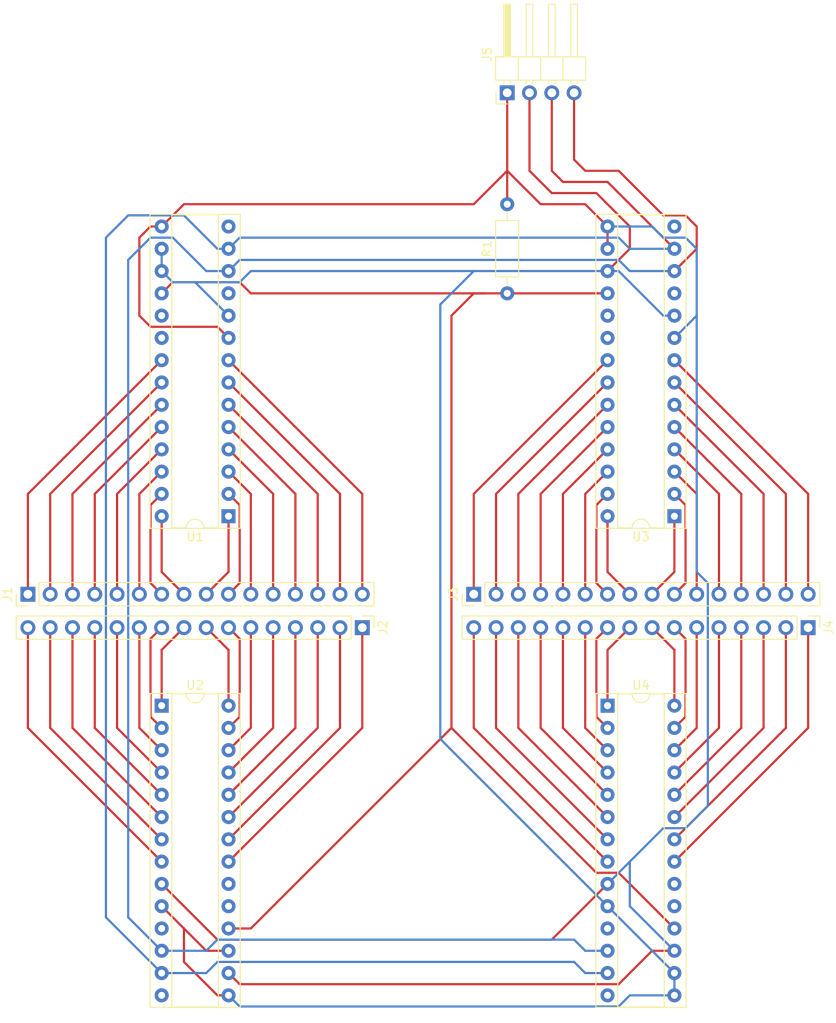
<source format=kicad_pcb>
(kicad_pcb (version 4) (host pcbnew 4.0.7)

  (general
    (links 97)
    (no_connects 0)
    (area 0 0 0 0)
    (thickness 1.6)
    (drawings 0)
    (tracks 261)
    (zones 0)
    (modules 10)
    (nets 78)
  )

  (page A4)
  (layers
    (0 F.Cu signal)
    (31 B.Cu signal)
    (32 B.Adhes user)
    (33 F.Adhes user)
    (34 B.Paste user)
    (35 F.Paste user)
    (36 B.SilkS user)
    (37 F.SilkS user)
    (38 B.Mask user)
    (39 F.Mask user)
    (40 Dwgs.User user)
    (41 Cmts.User user)
    (42 Eco1.User user)
    (43 Eco2.User user)
    (44 Edge.Cuts user)
    (45 Margin user)
    (46 B.CrtYd user)
    (47 F.CrtYd user)
    (48 B.Fab user)
    (49 F.Fab user)
  )

  (setup
    (last_trace_width 0.25)
    (trace_clearance 0.2)
    (zone_clearance 0.508)
    (zone_45_only no)
    (trace_min 0.2)
    (segment_width 0.2)
    (edge_width 0.1)
    (via_size 0.6)
    (via_drill 0.4)
    (via_min_size 0.4)
    (via_min_drill 0.3)
    (uvia_size 0.3)
    (uvia_drill 0.1)
    (uvias_allowed no)
    (uvia_min_size 0.2)
    (uvia_min_drill 0.1)
    (pcb_text_width 0.3)
    (pcb_text_size 1.5 1.5)
    (mod_edge_width 0.15)
    (mod_text_size 1 1)
    (mod_text_width 0.15)
    (pad_size 1.5 1.5)
    (pad_drill 0.6)
    (pad_to_mask_clearance 0)
    (aux_axis_origin 0 0)
    (visible_elements FFFFFF7F)
    (pcbplotparams
      (layerselection 0x00030_80000001)
      (usegerberextensions false)
      (excludeedgelayer true)
      (linewidth 0.100000)
      (plotframeref false)
      (viasonmask false)
      (mode 1)
      (useauxorigin false)
      (hpglpennumber 1)
      (hpglpenspeed 20)
      (hpglpendiameter 15)
      (hpglpenoverlay 2)
      (psnegative false)
      (psa4output false)
      (plotreference true)
      (plotvalue true)
      (plotinvisibletext false)
      (padsonsilk false)
      (subtractmaskfromsilk false)
      (outputformat 1)
      (mirror false)
      (drillshape 1)
      (scaleselection 1)
      (outputdirectory ""))
  )

  (net 0 "")
  (net 1 "Net-(J1-Pad1)")
  (net 2 "Net-(J1-Pad2)")
  (net 3 "Net-(J1-Pad3)")
  (net 4 "Net-(J1-Pad4)")
  (net 5 "Net-(J1-Pad5)")
  (net 6 "Net-(J1-Pad6)")
  (net 7 "Net-(J1-Pad7)")
  (net 8 "Net-(J1-Pad8)")
  (net 9 "Net-(J1-Pad9)")
  (net 10 "Net-(J1-Pad10)")
  (net 11 "Net-(J1-Pad11)")
  (net 12 "Net-(J1-Pad12)")
  (net 13 "Net-(J1-Pad13)")
  (net 14 "Net-(J1-Pad14)")
  (net 15 "Net-(J1-Pad15)")
  (net 16 "Net-(J1-Pad16)")
  (net 17 "Net-(J2-Pad1)")
  (net 18 "Net-(J2-Pad2)")
  (net 19 "Net-(J2-Pad3)")
  (net 20 "Net-(J2-Pad4)")
  (net 21 "Net-(J2-Pad5)")
  (net 22 "Net-(J2-Pad6)")
  (net 23 "Net-(J2-Pad7)")
  (net 24 "Net-(J2-Pad8)")
  (net 25 "Net-(J2-Pad9)")
  (net 26 "Net-(J2-Pad10)")
  (net 27 "Net-(J2-Pad11)")
  (net 28 "Net-(J2-Pad12)")
  (net 29 "Net-(J2-Pad13)")
  (net 30 "Net-(J2-Pad14)")
  (net 31 "Net-(J2-Pad15)")
  (net 32 "Net-(J2-Pad16)")
  (net 33 "Net-(J3-Pad1)")
  (net 34 "Net-(J3-Pad2)")
  (net 35 "Net-(J3-Pad3)")
  (net 36 "Net-(J3-Pad4)")
  (net 37 "Net-(J3-Pad5)")
  (net 38 "Net-(J3-Pad6)")
  (net 39 "Net-(J3-Pad7)")
  (net 40 "Net-(J3-Pad8)")
  (net 41 "Net-(J3-Pad9)")
  (net 42 "Net-(J3-Pad10)")
  (net 43 "Net-(J3-Pad11)")
  (net 44 "Net-(J3-Pad12)")
  (net 45 "Net-(J3-Pad13)")
  (net 46 "Net-(J3-Pad14)")
  (net 47 "Net-(J3-Pad15)")
  (net 48 "Net-(J3-Pad16)")
  (net 49 "Net-(J4-Pad1)")
  (net 50 "Net-(J4-Pad2)")
  (net 51 "Net-(J4-Pad3)")
  (net 52 "Net-(J4-Pad4)")
  (net 53 "Net-(J4-Pad5)")
  (net 54 "Net-(J4-Pad6)")
  (net 55 "Net-(J4-Pad7)")
  (net 56 "Net-(J4-Pad8)")
  (net 57 "Net-(J4-Pad9)")
  (net 58 "Net-(J4-Pad10)")
  (net 59 "Net-(J4-Pad11)")
  (net 60 "Net-(J4-Pad12)")
  (net 61 "Net-(J4-Pad13)")
  (net 62 "Net-(J4-Pad14)")
  (net 63 "Net-(J4-Pad15)")
  (net 64 "Net-(J4-Pad16)")
  (net 65 +5V)
  (net 66 GND)
  (net 67 SDA)
  (net 68 SCL)
  (net 69 Pullup)
  (net 70 "Net-(U1-Pad19)")
  (net 71 "Net-(U1-Pad20)")
  (net 72 "Net-(U2-Pad19)")
  (net 73 "Net-(U2-Pad20)")
  (net 74 "Net-(U3-Pad19)")
  (net 75 "Net-(U3-Pad20)")
  (net 76 "Net-(U4-Pad19)")
  (net 77 "Net-(U4-Pad20)")

  (net_class Default "Dies ist die voreingestellte Netzklasse."
    (clearance 0.2)
    (trace_width 0.25)
    (via_dia 0.6)
    (via_drill 0.4)
    (uvia_dia 0.3)
    (uvia_drill 0.1)
    (add_net +5V)
    (add_net GND)
    (add_net "Net-(J1-Pad1)")
    (add_net "Net-(J1-Pad10)")
    (add_net "Net-(J1-Pad11)")
    (add_net "Net-(J1-Pad12)")
    (add_net "Net-(J1-Pad13)")
    (add_net "Net-(J1-Pad14)")
    (add_net "Net-(J1-Pad15)")
    (add_net "Net-(J1-Pad16)")
    (add_net "Net-(J1-Pad2)")
    (add_net "Net-(J1-Pad3)")
    (add_net "Net-(J1-Pad4)")
    (add_net "Net-(J1-Pad5)")
    (add_net "Net-(J1-Pad6)")
    (add_net "Net-(J1-Pad7)")
    (add_net "Net-(J1-Pad8)")
    (add_net "Net-(J1-Pad9)")
    (add_net "Net-(J2-Pad1)")
    (add_net "Net-(J2-Pad10)")
    (add_net "Net-(J2-Pad11)")
    (add_net "Net-(J2-Pad12)")
    (add_net "Net-(J2-Pad13)")
    (add_net "Net-(J2-Pad14)")
    (add_net "Net-(J2-Pad15)")
    (add_net "Net-(J2-Pad16)")
    (add_net "Net-(J2-Pad2)")
    (add_net "Net-(J2-Pad3)")
    (add_net "Net-(J2-Pad4)")
    (add_net "Net-(J2-Pad5)")
    (add_net "Net-(J2-Pad6)")
    (add_net "Net-(J2-Pad7)")
    (add_net "Net-(J2-Pad8)")
    (add_net "Net-(J2-Pad9)")
    (add_net "Net-(J3-Pad1)")
    (add_net "Net-(J3-Pad10)")
    (add_net "Net-(J3-Pad11)")
    (add_net "Net-(J3-Pad12)")
    (add_net "Net-(J3-Pad13)")
    (add_net "Net-(J3-Pad14)")
    (add_net "Net-(J3-Pad15)")
    (add_net "Net-(J3-Pad16)")
    (add_net "Net-(J3-Pad2)")
    (add_net "Net-(J3-Pad3)")
    (add_net "Net-(J3-Pad4)")
    (add_net "Net-(J3-Pad5)")
    (add_net "Net-(J3-Pad6)")
    (add_net "Net-(J3-Pad7)")
    (add_net "Net-(J3-Pad8)")
    (add_net "Net-(J3-Pad9)")
    (add_net "Net-(J4-Pad1)")
    (add_net "Net-(J4-Pad10)")
    (add_net "Net-(J4-Pad11)")
    (add_net "Net-(J4-Pad12)")
    (add_net "Net-(J4-Pad13)")
    (add_net "Net-(J4-Pad14)")
    (add_net "Net-(J4-Pad15)")
    (add_net "Net-(J4-Pad16)")
    (add_net "Net-(J4-Pad2)")
    (add_net "Net-(J4-Pad3)")
    (add_net "Net-(J4-Pad4)")
    (add_net "Net-(J4-Pad5)")
    (add_net "Net-(J4-Pad6)")
    (add_net "Net-(J4-Pad7)")
    (add_net "Net-(J4-Pad8)")
    (add_net "Net-(J4-Pad9)")
    (add_net "Net-(U1-Pad19)")
    (add_net "Net-(U1-Pad20)")
    (add_net "Net-(U2-Pad19)")
    (add_net "Net-(U2-Pad20)")
    (add_net "Net-(U3-Pad19)")
    (add_net "Net-(U3-Pad20)")
    (add_net "Net-(U4-Pad19)")
    (add_net "Net-(U4-Pad20)")
    (add_net Pullup)
    (add_net SCL)
    (add_net SDA)
  )

  (module Pin_Headers:Pin_Header_Straight_1x16_Pitch2.54mm (layer F.Cu) (tedit 59650532) (tstamp 5D6AEC59)
    (at 59.69 91.44 90)
    (descr "Through hole straight pin header, 1x16, 2.54mm pitch, single row")
    (tags "Through hole pin header THT 1x16 2.54mm single row")
    (path /5D6AA923)
    (fp_text reference J1 (at 0 -2.33 90) (layer F.SilkS)
      (effects (font (size 1 1) (thickness 0.15)))
    )
    (fp_text value Conn_01x16 (at 0 40.43 90) (layer F.Fab)
      (effects (font (size 1 1) (thickness 0.15)))
    )
    (fp_line (start -0.635 -1.27) (end 1.27 -1.27) (layer F.Fab) (width 0.1))
    (fp_line (start 1.27 -1.27) (end 1.27 39.37) (layer F.Fab) (width 0.1))
    (fp_line (start 1.27 39.37) (end -1.27 39.37) (layer F.Fab) (width 0.1))
    (fp_line (start -1.27 39.37) (end -1.27 -0.635) (layer F.Fab) (width 0.1))
    (fp_line (start -1.27 -0.635) (end -0.635 -1.27) (layer F.Fab) (width 0.1))
    (fp_line (start -1.33 39.43) (end 1.33 39.43) (layer F.SilkS) (width 0.12))
    (fp_line (start -1.33 1.27) (end -1.33 39.43) (layer F.SilkS) (width 0.12))
    (fp_line (start 1.33 1.27) (end 1.33 39.43) (layer F.SilkS) (width 0.12))
    (fp_line (start -1.33 1.27) (end 1.33 1.27) (layer F.SilkS) (width 0.12))
    (fp_line (start -1.33 0) (end -1.33 -1.33) (layer F.SilkS) (width 0.12))
    (fp_line (start -1.33 -1.33) (end 0 -1.33) (layer F.SilkS) (width 0.12))
    (fp_line (start -1.8 -1.8) (end -1.8 39.9) (layer F.CrtYd) (width 0.05))
    (fp_line (start -1.8 39.9) (end 1.8 39.9) (layer F.CrtYd) (width 0.05))
    (fp_line (start 1.8 39.9) (end 1.8 -1.8) (layer F.CrtYd) (width 0.05))
    (fp_line (start 1.8 -1.8) (end -1.8 -1.8) (layer F.CrtYd) (width 0.05))
    (fp_text user %R (at 0 19.05 180) (layer F.Fab)
      (effects (font (size 1 1) (thickness 0.15)))
    )
    (pad 1 thru_hole rect (at 0 0 90) (size 1.7 1.7) (drill 1) (layers *.Cu *.Mask)
      (net 1 "Net-(J1-Pad1)"))
    (pad 2 thru_hole oval (at 0 2.54 90) (size 1.7 1.7) (drill 1) (layers *.Cu *.Mask)
      (net 2 "Net-(J1-Pad2)"))
    (pad 3 thru_hole oval (at 0 5.08 90) (size 1.7 1.7) (drill 1) (layers *.Cu *.Mask)
      (net 3 "Net-(J1-Pad3)"))
    (pad 4 thru_hole oval (at 0 7.62 90) (size 1.7 1.7) (drill 1) (layers *.Cu *.Mask)
      (net 4 "Net-(J1-Pad4)"))
    (pad 5 thru_hole oval (at 0 10.16 90) (size 1.7 1.7) (drill 1) (layers *.Cu *.Mask)
      (net 5 "Net-(J1-Pad5)"))
    (pad 6 thru_hole oval (at 0 12.7 90) (size 1.7 1.7) (drill 1) (layers *.Cu *.Mask)
      (net 6 "Net-(J1-Pad6)"))
    (pad 7 thru_hole oval (at 0 15.24 90) (size 1.7 1.7) (drill 1) (layers *.Cu *.Mask)
      (net 7 "Net-(J1-Pad7)"))
    (pad 8 thru_hole oval (at 0 17.78 90) (size 1.7 1.7) (drill 1) (layers *.Cu *.Mask)
      (net 8 "Net-(J1-Pad8)"))
    (pad 9 thru_hole oval (at 0 20.32 90) (size 1.7 1.7) (drill 1) (layers *.Cu *.Mask)
      (net 9 "Net-(J1-Pad9)"))
    (pad 10 thru_hole oval (at 0 22.86 90) (size 1.7 1.7) (drill 1) (layers *.Cu *.Mask)
      (net 10 "Net-(J1-Pad10)"))
    (pad 11 thru_hole oval (at 0 25.4 90) (size 1.7 1.7) (drill 1) (layers *.Cu *.Mask)
      (net 11 "Net-(J1-Pad11)"))
    (pad 12 thru_hole oval (at 0 27.94 90) (size 1.7 1.7) (drill 1) (layers *.Cu *.Mask)
      (net 12 "Net-(J1-Pad12)"))
    (pad 13 thru_hole oval (at 0 30.48 90) (size 1.7 1.7) (drill 1) (layers *.Cu *.Mask)
      (net 13 "Net-(J1-Pad13)"))
    (pad 14 thru_hole oval (at 0 33.02 90) (size 1.7 1.7) (drill 1) (layers *.Cu *.Mask)
      (net 14 "Net-(J1-Pad14)"))
    (pad 15 thru_hole oval (at 0 35.56 90) (size 1.7 1.7) (drill 1) (layers *.Cu *.Mask)
      (net 15 "Net-(J1-Pad15)"))
    (pad 16 thru_hole oval (at 0 38.1 90) (size 1.7 1.7) (drill 1) (layers *.Cu *.Mask)
      (net 16 "Net-(J1-Pad16)"))
    (model ${KISYS3DMOD}/Pin_Headers.3dshapes/Pin_Header_Straight_1x16_Pitch2.54mm.wrl
      (at (xyz 0 0 0))
      (scale (xyz 1 1 1))
      (rotate (xyz 0 0 0))
    )
  )

  (module Pin_Headers:Pin_Header_Straight_1x16_Pitch2.54mm (layer F.Cu) (tedit 59650532) (tstamp 5D6AEC7D)
    (at 97.79 95.25 270)
    (descr "Through hole straight pin header, 1x16, 2.54mm pitch, single row")
    (tags "Through hole pin header THT 1x16 2.54mm single row")
    (path /5D6AACEA)
    (fp_text reference J2 (at 0 -2.33 270) (layer F.SilkS)
      (effects (font (size 1 1) (thickness 0.15)))
    )
    (fp_text value Conn_01x16 (at 0 40.43 270) (layer F.Fab)
      (effects (font (size 1 1) (thickness 0.15)))
    )
    (fp_line (start -0.635 -1.27) (end 1.27 -1.27) (layer F.Fab) (width 0.1))
    (fp_line (start 1.27 -1.27) (end 1.27 39.37) (layer F.Fab) (width 0.1))
    (fp_line (start 1.27 39.37) (end -1.27 39.37) (layer F.Fab) (width 0.1))
    (fp_line (start -1.27 39.37) (end -1.27 -0.635) (layer F.Fab) (width 0.1))
    (fp_line (start -1.27 -0.635) (end -0.635 -1.27) (layer F.Fab) (width 0.1))
    (fp_line (start -1.33 39.43) (end 1.33 39.43) (layer F.SilkS) (width 0.12))
    (fp_line (start -1.33 1.27) (end -1.33 39.43) (layer F.SilkS) (width 0.12))
    (fp_line (start 1.33 1.27) (end 1.33 39.43) (layer F.SilkS) (width 0.12))
    (fp_line (start -1.33 1.27) (end 1.33 1.27) (layer F.SilkS) (width 0.12))
    (fp_line (start -1.33 0) (end -1.33 -1.33) (layer F.SilkS) (width 0.12))
    (fp_line (start -1.33 -1.33) (end 0 -1.33) (layer F.SilkS) (width 0.12))
    (fp_line (start -1.8 -1.8) (end -1.8 39.9) (layer F.CrtYd) (width 0.05))
    (fp_line (start -1.8 39.9) (end 1.8 39.9) (layer F.CrtYd) (width 0.05))
    (fp_line (start 1.8 39.9) (end 1.8 -1.8) (layer F.CrtYd) (width 0.05))
    (fp_line (start 1.8 -1.8) (end -1.8 -1.8) (layer F.CrtYd) (width 0.05))
    (fp_text user %R (at 0 19.05 360) (layer F.Fab)
      (effects (font (size 1 1) (thickness 0.15)))
    )
    (pad 1 thru_hole rect (at 0 0 270) (size 1.7 1.7) (drill 1) (layers *.Cu *.Mask)
      (net 17 "Net-(J2-Pad1)"))
    (pad 2 thru_hole oval (at 0 2.54 270) (size 1.7 1.7) (drill 1) (layers *.Cu *.Mask)
      (net 18 "Net-(J2-Pad2)"))
    (pad 3 thru_hole oval (at 0 5.08 270) (size 1.7 1.7) (drill 1) (layers *.Cu *.Mask)
      (net 19 "Net-(J2-Pad3)"))
    (pad 4 thru_hole oval (at 0 7.62 270) (size 1.7 1.7) (drill 1) (layers *.Cu *.Mask)
      (net 20 "Net-(J2-Pad4)"))
    (pad 5 thru_hole oval (at 0 10.16 270) (size 1.7 1.7) (drill 1) (layers *.Cu *.Mask)
      (net 21 "Net-(J2-Pad5)"))
    (pad 6 thru_hole oval (at 0 12.7 270) (size 1.7 1.7) (drill 1) (layers *.Cu *.Mask)
      (net 22 "Net-(J2-Pad6)"))
    (pad 7 thru_hole oval (at 0 15.24 270) (size 1.7 1.7) (drill 1) (layers *.Cu *.Mask)
      (net 23 "Net-(J2-Pad7)"))
    (pad 8 thru_hole oval (at 0 17.78 270) (size 1.7 1.7) (drill 1) (layers *.Cu *.Mask)
      (net 24 "Net-(J2-Pad8)"))
    (pad 9 thru_hole oval (at 0 20.32 270) (size 1.7 1.7) (drill 1) (layers *.Cu *.Mask)
      (net 25 "Net-(J2-Pad9)"))
    (pad 10 thru_hole oval (at 0 22.86 270) (size 1.7 1.7) (drill 1) (layers *.Cu *.Mask)
      (net 26 "Net-(J2-Pad10)"))
    (pad 11 thru_hole oval (at 0 25.4 270) (size 1.7 1.7) (drill 1) (layers *.Cu *.Mask)
      (net 27 "Net-(J2-Pad11)"))
    (pad 12 thru_hole oval (at 0 27.94 270) (size 1.7 1.7) (drill 1) (layers *.Cu *.Mask)
      (net 28 "Net-(J2-Pad12)"))
    (pad 13 thru_hole oval (at 0 30.48 270) (size 1.7 1.7) (drill 1) (layers *.Cu *.Mask)
      (net 29 "Net-(J2-Pad13)"))
    (pad 14 thru_hole oval (at 0 33.02 270) (size 1.7 1.7) (drill 1) (layers *.Cu *.Mask)
      (net 30 "Net-(J2-Pad14)"))
    (pad 15 thru_hole oval (at 0 35.56 270) (size 1.7 1.7) (drill 1) (layers *.Cu *.Mask)
      (net 31 "Net-(J2-Pad15)"))
    (pad 16 thru_hole oval (at 0 38.1 270) (size 1.7 1.7) (drill 1) (layers *.Cu *.Mask)
      (net 32 "Net-(J2-Pad16)"))
    (model ${KISYS3DMOD}/Pin_Headers.3dshapes/Pin_Header_Straight_1x16_Pitch2.54mm.wrl
      (at (xyz 0 0 0))
      (scale (xyz 1 1 1))
      (rotate (xyz 0 0 0))
    )
  )

  (module Pin_Headers:Pin_Header_Straight_1x16_Pitch2.54mm (layer F.Cu) (tedit 59650532) (tstamp 5D6AECA1)
    (at 110.49 91.44 90)
    (descr "Through hole straight pin header, 1x16, 2.54mm pitch, single row")
    (tags "Through hole pin header THT 1x16 2.54mm single row")
    (path /5D6AC70D)
    (fp_text reference J3 (at 0 -2.33 90) (layer F.SilkS)
      (effects (font (size 1 1) (thickness 0.15)))
    )
    (fp_text value Conn_01x16 (at 0 40.43 90) (layer F.Fab)
      (effects (font (size 1 1) (thickness 0.15)))
    )
    (fp_line (start -0.635 -1.27) (end 1.27 -1.27) (layer F.Fab) (width 0.1))
    (fp_line (start 1.27 -1.27) (end 1.27 39.37) (layer F.Fab) (width 0.1))
    (fp_line (start 1.27 39.37) (end -1.27 39.37) (layer F.Fab) (width 0.1))
    (fp_line (start -1.27 39.37) (end -1.27 -0.635) (layer F.Fab) (width 0.1))
    (fp_line (start -1.27 -0.635) (end -0.635 -1.27) (layer F.Fab) (width 0.1))
    (fp_line (start -1.33 39.43) (end 1.33 39.43) (layer F.SilkS) (width 0.12))
    (fp_line (start -1.33 1.27) (end -1.33 39.43) (layer F.SilkS) (width 0.12))
    (fp_line (start 1.33 1.27) (end 1.33 39.43) (layer F.SilkS) (width 0.12))
    (fp_line (start -1.33 1.27) (end 1.33 1.27) (layer F.SilkS) (width 0.12))
    (fp_line (start -1.33 0) (end -1.33 -1.33) (layer F.SilkS) (width 0.12))
    (fp_line (start -1.33 -1.33) (end 0 -1.33) (layer F.SilkS) (width 0.12))
    (fp_line (start -1.8 -1.8) (end -1.8 39.9) (layer F.CrtYd) (width 0.05))
    (fp_line (start -1.8 39.9) (end 1.8 39.9) (layer F.CrtYd) (width 0.05))
    (fp_line (start 1.8 39.9) (end 1.8 -1.8) (layer F.CrtYd) (width 0.05))
    (fp_line (start 1.8 -1.8) (end -1.8 -1.8) (layer F.CrtYd) (width 0.05))
    (fp_text user %R (at 0 19.05 180) (layer F.Fab)
      (effects (font (size 1 1) (thickness 0.15)))
    )
    (pad 1 thru_hole rect (at 0 0 90) (size 1.7 1.7) (drill 1) (layers *.Cu *.Mask)
      (net 33 "Net-(J3-Pad1)"))
    (pad 2 thru_hole oval (at 0 2.54 90) (size 1.7 1.7) (drill 1) (layers *.Cu *.Mask)
      (net 34 "Net-(J3-Pad2)"))
    (pad 3 thru_hole oval (at 0 5.08 90) (size 1.7 1.7) (drill 1) (layers *.Cu *.Mask)
      (net 35 "Net-(J3-Pad3)"))
    (pad 4 thru_hole oval (at 0 7.62 90) (size 1.7 1.7) (drill 1) (layers *.Cu *.Mask)
      (net 36 "Net-(J3-Pad4)"))
    (pad 5 thru_hole oval (at 0 10.16 90) (size 1.7 1.7) (drill 1) (layers *.Cu *.Mask)
      (net 37 "Net-(J3-Pad5)"))
    (pad 6 thru_hole oval (at 0 12.7 90) (size 1.7 1.7) (drill 1) (layers *.Cu *.Mask)
      (net 38 "Net-(J3-Pad6)"))
    (pad 7 thru_hole oval (at 0 15.24 90) (size 1.7 1.7) (drill 1) (layers *.Cu *.Mask)
      (net 39 "Net-(J3-Pad7)"))
    (pad 8 thru_hole oval (at 0 17.78 90) (size 1.7 1.7) (drill 1) (layers *.Cu *.Mask)
      (net 40 "Net-(J3-Pad8)"))
    (pad 9 thru_hole oval (at 0 20.32 90) (size 1.7 1.7) (drill 1) (layers *.Cu *.Mask)
      (net 41 "Net-(J3-Pad9)"))
    (pad 10 thru_hole oval (at 0 22.86 90) (size 1.7 1.7) (drill 1) (layers *.Cu *.Mask)
      (net 42 "Net-(J3-Pad10)"))
    (pad 11 thru_hole oval (at 0 25.4 90) (size 1.7 1.7) (drill 1) (layers *.Cu *.Mask)
      (net 43 "Net-(J3-Pad11)"))
    (pad 12 thru_hole oval (at 0 27.94 90) (size 1.7 1.7) (drill 1) (layers *.Cu *.Mask)
      (net 44 "Net-(J3-Pad12)"))
    (pad 13 thru_hole oval (at 0 30.48 90) (size 1.7 1.7) (drill 1) (layers *.Cu *.Mask)
      (net 45 "Net-(J3-Pad13)"))
    (pad 14 thru_hole oval (at 0 33.02 90) (size 1.7 1.7) (drill 1) (layers *.Cu *.Mask)
      (net 46 "Net-(J3-Pad14)"))
    (pad 15 thru_hole oval (at 0 35.56 90) (size 1.7 1.7) (drill 1) (layers *.Cu *.Mask)
      (net 47 "Net-(J3-Pad15)"))
    (pad 16 thru_hole oval (at 0 38.1 90) (size 1.7 1.7) (drill 1) (layers *.Cu *.Mask)
      (net 48 "Net-(J3-Pad16)"))
    (model ${KISYS3DMOD}/Pin_Headers.3dshapes/Pin_Header_Straight_1x16_Pitch2.54mm.wrl
      (at (xyz 0 0 0))
      (scale (xyz 1 1 1))
      (rotate (xyz 0 0 0))
    )
  )

  (module Pin_Headers:Pin_Header_Straight_1x16_Pitch2.54mm (layer F.Cu) (tedit 59650532) (tstamp 5D6AECC5)
    (at 148.59 95.25 270)
    (descr "Through hole straight pin header, 1x16, 2.54mm pitch, single row")
    (tags "Through hole pin header THT 1x16 2.54mm single row")
    (path /5D6AC0B5)
    (fp_text reference J4 (at 0 -2.33 270) (layer F.SilkS)
      (effects (font (size 1 1) (thickness 0.15)))
    )
    (fp_text value Conn_01x16 (at 0 40.43 270) (layer F.Fab)
      (effects (font (size 1 1) (thickness 0.15)))
    )
    (fp_line (start -0.635 -1.27) (end 1.27 -1.27) (layer F.Fab) (width 0.1))
    (fp_line (start 1.27 -1.27) (end 1.27 39.37) (layer F.Fab) (width 0.1))
    (fp_line (start 1.27 39.37) (end -1.27 39.37) (layer F.Fab) (width 0.1))
    (fp_line (start -1.27 39.37) (end -1.27 -0.635) (layer F.Fab) (width 0.1))
    (fp_line (start -1.27 -0.635) (end -0.635 -1.27) (layer F.Fab) (width 0.1))
    (fp_line (start -1.33 39.43) (end 1.33 39.43) (layer F.SilkS) (width 0.12))
    (fp_line (start -1.33 1.27) (end -1.33 39.43) (layer F.SilkS) (width 0.12))
    (fp_line (start 1.33 1.27) (end 1.33 39.43) (layer F.SilkS) (width 0.12))
    (fp_line (start -1.33 1.27) (end 1.33 1.27) (layer F.SilkS) (width 0.12))
    (fp_line (start -1.33 0) (end -1.33 -1.33) (layer F.SilkS) (width 0.12))
    (fp_line (start -1.33 -1.33) (end 0 -1.33) (layer F.SilkS) (width 0.12))
    (fp_line (start -1.8 -1.8) (end -1.8 39.9) (layer F.CrtYd) (width 0.05))
    (fp_line (start -1.8 39.9) (end 1.8 39.9) (layer F.CrtYd) (width 0.05))
    (fp_line (start 1.8 39.9) (end 1.8 -1.8) (layer F.CrtYd) (width 0.05))
    (fp_line (start 1.8 -1.8) (end -1.8 -1.8) (layer F.CrtYd) (width 0.05))
    (fp_text user %R (at 0 19.05 360) (layer F.Fab)
      (effects (font (size 1 1) (thickness 0.15)))
    )
    (pad 1 thru_hole rect (at 0 0 270) (size 1.7 1.7) (drill 1) (layers *.Cu *.Mask)
      (net 49 "Net-(J4-Pad1)"))
    (pad 2 thru_hole oval (at 0 2.54 270) (size 1.7 1.7) (drill 1) (layers *.Cu *.Mask)
      (net 50 "Net-(J4-Pad2)"))
    (pad 3 thru_hole oval (at 0 5.08 270) (size 1.7 1.7) (drill 1) (layers *.Cu *.Mask)
      (net 51 "Net-(J4-Pad3)"))
    (pad 4 thru_hole oval (at 0 7.62 270) (size 1.7 1.7) (drill 1) (layers *.Cu *.Mask)
      (net 52 "Net-(J4-Pad4)"))
    (pad 5 thru_hole oval (at 0 10.16 270) (size 1.7 1.7) (drill 1) (layers *.Cu *.Mask)
      (net 53 "Net-(J4-Pad5)"))
    (pad 6 thru_hole oval (at 0 12.7 270) (size 1.7 1.7) (drill 1) (layers *.Cu *.Mask)
      (net 54 "Net-(J4-Pad6)"))
    (pad 7 thru_hole oval (at 0 15.24 270) (size 1.7 1.7) (drill 1) (layers *.Cu *.Mask)
      (net 55 "Net-(J4-Pad7)"))
    (pad 8 thru_hole oval (at 0 17.78 270) (size 1.7 1.7) (drill 1) (layers *.Cu *.Mask)
      (net 56 "Net-(J4-Pad8)"))
    (pad 9 thru_hole oval (at 0 20.32 270) (size 1.7 1.7) (drill 1) (layers *.Cu *.Mask)
      (net 57 "Net-(J4-Pad9)"))
    (pad 10 thru_hole oval (at 0 22.86 270) (size 1.7 1.7) (drill 1) (layers *.Cu *.Mask)
      (net 58 "Net-(J4-Pad10)"))
    (pad 11 thru_hole oval (at 0 25.4 270) (size 1.7 1.7) (drill 1) (layers *.Cu *.Mask)
      (net 59 "Net-(J4-Pad11)"))
    (pad 12 thru_hole oval (at 0 27.94 270) (size 1.7 1.7) (drill 1) (layers *.Cu *.Mask)
      (net 60 "Net-(J4-Pad12)"))
    (pad 13 thru_hole oval (at 0 30.48 270) (size 1.7 1.7) (drill 1) (layers *.Cu *.Mask)
      (net 61 "Net-(J4-Pad13)"))
    (pad 14 thru_hole oval (at 0 33.02 270) (size 1.7 1.7) (drill 1) (layers *.Cu *.Mask)
      (net 62 "Net-(J4-Pad14)"))
    (pad 15 thru_hole oval (at 0 35.56 270) (size 1.7 1.7) (drill 1) (layers *.Cu *.Mask)
      (net 63 "Net-(J4-Pad15)"))
    (pad 16 thru_hole oval (at 0 38.1 270) (size 1.7 1.7) (drill 1) (layers *.Cu *.Mask)
      (net 64 "Net-(J4-Pad16)"))
    (model ${KISYS3DMOD}/Pin_Headers.3dshapes/Pin_Header_Straight_1x16_Pitch2.54mm.wrl
      (at (xyz 0 0 0))
      (scale (xyz 1 1 1))
      (rotate (xyz 0 0 0))
    )
  )

  (module Pin_Headers:Pin_Header_Angled_1x04_Pitch2.54mm (layer F.Cu) (tedit 59650532) (tstamp 5D6AED12)
    (at 114.3 34.29 90)
    (descr "Through hole angled pin header, 1x04, 2.54mm pitch, 6mm pin length, single row")
    (tags "Through hole angled pin header THT 1x04 2.54mm single row")
    (path /5D6AD714)
    (fp_text reference J5 (at 4.385 -2.27 90) (layer F.SilkS)
      (effects (font (size 1 1) (thickness 0.15)))
    )
    (fp_text value Conn_01x04 (at 4.385 9.89 90) (layer F.Fab)
      (effects (font (size 1 1) (thickness 0.15)))
    )
    (fp_line (start 2.135 -1.27) (end 4.04 -1.27) (layer F.Fab) (width 0.1))
    (fp_line (start 4.04 -1.27) (end 4.04 8.89) (layer F.Fab) (width 0.1))
    (fp_line (start 4.04 8.89) (end 1.5 8.89) (layer F.Fab) (width 0.1))
    (fp_line (start 1.5 8.89) (end 1.5 -0.635) (layer F.Fab) (width 0.1))
    (fp_line (start 1.5 -0.635) (end 2.135 -1.27) (layer F.Fab) (width 0.1))
    (fp_line (start -0.32 -0.32) (end 1.5 -0.32) (layer F.Fab) (width 0.1))
    (fp_line (start -0.32 -0.32) (end -0.32 0.32) (layer F.Fab) (width 0.1))
    (fp_line (start -0.32 0.32) (end 1.5 0.32) (layer F.Fab) (width 0.1))
    (fp_line (start 4.04 -0.32) (end 10.04 -0.32) (layer F.Fab) (width 0.1))
    (fp_line (start 10.04 -0.32) (end 10.04 0.32) (layer F.Fab) (width 0.1))
    (fp_line (start 4.04 0.32) (end 10.04 0.32) (layer F.Fab) (width 0.1))
    (fp_line (start -0.32 2.22) (end 1.5 2.22) (layer F.Fab) (width 0.1))
    (fp_line (start -0.32 2.22) (end -0.32 2.86) (layer F.Fab) (width 0.1))
    (fp_line (start -0.32 2.86) (end 1.5 2.86) (layer F.Fab) (width 0.1))
    (fp_line (start 4.04 2.22) (end 10.04 2.22) (layer F.Fab) (width 0.1))
    (fp_line (start 10.04 2.22) (end 10.04 2.86) (layer F.Fab) (width 0.1))
    (fp_line (start 4.04 2.86) (end 10.04 2.86) (layer F.Fab) (width 0.1))
    (fp_line (start -0.32 4.76) (end 1.5 4.76) (layer F.Fab) (width 0.1))
    (fp_line (start -0.32 4.76) (end -0.32 5.4) (layer F.Fab) (width 0.1))
    (fp_line (start -0.32 5.4) (end 1.5 5.4) (layer F.Fab) (width 0.1))
    (fp_line (start 4.04 4.76) (end 10.04 4.76) (layer F.Fab) (width 0.1))
    (fp_line (start 10.04 4.76) (end 10.04 5.4) (layer F.Fab) (width 0.1))
    (fp_line (start 4.04 5.4) (end 10.04 5.4) (layer F.Fab) (width 0.1))
    (fp_line (start -0.32 7.3) (end 1.5 7.3) (layer F.Fab) (width 0.1))
    (fp_line (start -0.32 7.3) (end -0.32 7.94) (layer F.Fab) (width 0.1))
    (fp_line (start -0.32 7.94) (end 1.5 7.94) (layer F.Fab) (width 0.1))
    (fp_line (start 4.04 7.3) (end 10.04 7.3) (layer F.Fab) (width 0.1))
    (fp_line (start 10.04 7.3) (end 10.04 7.94) (layer F.Fab) (width 0.1))
    (fp_line (start 4.04 7.94) (end 10.04 7.94) (layer F.Fab) (width 0.1))
    (fp_line (start 1.44 -1.33) (end 1.44 8.95) (layer F.SilkS) (width 0.12))
    (fp_line (start 1.44 8.95) (end 4.1 8.95) (layer F.SilkS) (width 0.12))
    (fp_line (start 4.1 8.95) (end 4.1 -1.33) (layer F.SilkS) (width 0.12))
    (fp_line (start 4.1 -1.33) (end 1.44 -1.33) (layer F.SilkS) (width 0.12))
    (fp_line (start 4.1 -0.38) (end 10.1 -0.38) (layer F.SilkS) (width 0.12))
    (fp_line (start 10.1 -0.38) (end 10.1 0.38) (layer F.SilkS) (width 0.12))
    (fp_line (start 10.1 0.38) (end 4.1 0.38) (layer F.SilkS) (width 0.12))
    (fp_line (start 4.1 -0.32) (end 10.1 -0.32) (layer F.SilkS) (width 0.12))
    (fp_line (start 4.1 -0.2) (end 10.1 -0.2) (layer F.SilkS) (width 0.12))
    (fp_line (start 4.1 -0.08) (end 10.1 -0.08) (layer F.SilkS) (width 0.12))
    (fp_line (start 4.1 0.04) (end 10.1 0.04) (layer F.SilkS) (width 0.12))
    (fp_line (start 4.1 0.16) (end 10.1 0.16) (layer F.SilkS) (width 0.12))
    (fp_line (start 4.1 0.28) (end 10.1 0.28) (layer F.SilkS) (width 0.12))
    (fp_line (start 1.11 -0.38) (end 1.44 -0.38) (layer F.SilkS) (width 0.12))
    (fp_line (start 1.11 0.38) (end 1.44 0.38) (layer F.SilkS) (width 0.12))
    (fp_line (start 1.44 1.27) (end 4.1 1.27) (layer F.SilkS) (width 0.12))
    (fp_line (start 4.1 2.16) (end 10.1 2.16) (layer F.SilkS) (width 0.12))
    (fp_line (start 10.1 2.16) (end 10.1 2.92) (layer F.SilkS) (width 0.12))
    (fp_line (start 10.1 2.92) (end 4.1 2.92) (layer F.SilkS) (width 0.12))
    (fp_line (start 1.042929 2.16) (end 1.44 2.16) (layer F.SilkS) (width 0.12))
    (fp_line (start 1.042929 2.92) (end 1.44 2.92) (layer F.SilkS) (width 0.12))
    (fp_line (start 1.44 3.81) (end 4.1 3.81) (layer F.SilkS) (width 0.12))
    (fp_line (start 4.1 4.7) (end 10.1 4.7) (layer F.SilkS) (width 0.12))
    (fp_line (start 10.1 4.7) (end 10.1 5.46) (layer F.SilkS) (width 0.12))
    (fp_line (start 10.1 5.46) (end 4.1 5.46) (layer F.SilkS) (width 0.12))
    (fp_line (start 1.042929 4.7) (end 1.44 4.7) (layer F.SilkS) (width 0.12))
    (fp_line (start 1.042929 5.46) (end 1.44 5.46) (layer F.SilkS) (width 0.12))
    (fp_line (start 1.44 6.35) (end 4.1 6.35) (layer F.SilkS) (width 0.12))
    (fp_line (start 4.1 7.24) (end 10.1 7.24) (layer F.SilkS) (width 0.12))
    (fp_line (start 10.1 7.24) (end 10.1 8) (layer F.SilkS) (width 0.12))
    (fp_line (start 10.1 8) (end 4.1 8) (layer F.SilkS) (width 0.12))
    (fp_line (start 1.042929 7.24) (end 1.44 7.24) (layer F.SilkS) (width 0.12))
    (fp_line (start 1.042929 8) (end 1.44 8) (layer F.SilkS) (width 0.12))
    (fp_line (start -1.27 0) (end -1.27 -1.27) (layer F.SilkS) (width 0.12))
    (fp_line (start -1.27 -1.27) (end 0 -1.27) (layer F.SilkS) (width 0.12))
    (fp_line (start -1.8 -1.8) (end -1.8 9.4) (layer F.CrtYd) (width 0.05))
    (fp_line (start -1.8 9.4) (end 10.55 9.4) (layer F.CrtYd) (width 0.05))
    (fp_line (start 10.55 9.4) (end 10.55 -1.8) (layer F.CrtYd) (width 0.05))
    (fp_line (start 10.55 -1.8) (end -1.8 -1.8) (layer F.CrtYd) (width 0.05))
    (fp_text user %R (at 2.77 3.81 180) (layer F.Fab)
      (effects (font (size 1 1) (thickness 0.15)))
    )
    (pad 1 thru_hole rect (at 0 0 90) (size 1.7 1.7) (drill 1) (layers *.Cu *.Mask)
      (net 65 +5V))
    (pad 2 thru_hole oval (at 0 2.54 90) (size 1.7 1.7) (drill 1) (layers *.Cu *.Mask)
      (net 66 GND))
    (pad 3 thru_hole oval (at 0 5.08 90) (size 1.7 1.7) (drill 1) (layers *.Cu *.Mask)
      (net 67 SDA))
    (pad 4 thru_hole oval (at 0 7.62 90) (size 1.7 1.7) (drill 1) (layers *.Cu *.Mask)
      (net 68 SCL))
    (model ${KISYS3DMOD}/Pin_Headers.3dshapes/Pin_Header_Angled_1x04_Pitch2.54mm.wrl
      (at (xyz 0 0 0))
      (scale (xyz 1 1 1))
      (rotate (xyz 0 0 0))
    )
  )

  (module Resistors_THT:R_Axial_DIN0207_L6.3mm_D2.5mm_P10.16mm_Horizontal (layer F.Cu) (tedit 5874F706) (tstamp 5D6AED28)
    (at 114.3 57.15 90)
    (descr "Resistor, Axial_DIN0207 series, Axial, Horizontal, pin pitch=10.16mm, 0.25W = 1/4W, length*diameter=6.3*2.5mm^2, http://cdn-reichelt.de/documents/datenblatt/B400/1_4W%23YAG.pdf")
    (tags "Resistor Axial_DIN0207 series Axial Horizontal pin pitch 10.16mm 0.25W = 1/4W length 6.3mm diameter 2.5mm")
    (path /5D6AF12E)
    (fp_text reference R1 (at 5.08 -2.31 90) (layer F.SilkS)
      (effects (font (size 1 1) (thickness 0.15)))
    )
    (fp_text value 10k (at 5.08 2.31 90) (layer F.Fab)
      (effects (font (size 1 1) (thickness 0.15)))
    )
    (fp_line (start 1.93 -1.25) (end 1.93 1.25) (layer F.Fab) (width 0.1))
    (fp_line (start 1.93 1.25) (end 8.23 1.25) (layer F.Fab) (width 0.1))
    (fp_line (start 8.23 1.25) (end 8.23 -1.25) (layer F.Fab) (width 0.1))
    (fp_line (start 8.23 -1.25) (end 1.93 -1.25) (layer F.Fab) (width 0.1))
    (fp_line (start 0 0) (end 1.93 0) (layer F.Fab) (width 0.1))
    (fp_line (start 10.16 0) (end 8.23 0) (layer F.Fab) (width 0.1))
    (fp_line (start 1.87 -1.31) (end 1.87 1.31) (layer F.SilkS) (width 0.12))
    (fp_line (start 1.87 1.31) (end 8.29 1.31) (layer F.SilkS) (width 0.12))
    (fp_line (start 8.29 1.31) (end 8.29 -1.31) (layer F.SilkS) (width 0.12))
    (fp_line (start 8.29 -1.31) (end 1.87 -1.31) (layer F.SilkS) (width 0.12))
    (fp_line (start 0.98 0) (end 1.87 0) (layer F.SilkS) (width 0.12))
    (fp_line (start 9.18 0) (end 8.29 0) (layer F.SilkS) (width 0.12))
    (fp_line (start -1.05 -1.6) (end -1.05 1.6) (layer F.CrtYd) (width 0.05))
    (fp_line (start -1.05 1.6) (end 11.25 1.6) (layer F.CrtYd) (width 0.05))
    (fp_line (start 11.25 1.6) (end 11.25 -1.6) (layer F.CrtYd) (width 0.05))
    (fp_line (start 11.25 -1.6) (end -1.05 -1.6) (layer F.CrtYd) (width 0.05))
    (pad 1 thru_hole circle (at 0 0 90) (size 1.6 1.6) (drill 0.8) (layers *.Cu *.Mask)
      (net 69 Pullup))
    (pad 2 thru_hole oval (at 10.16 0 90) (size 1.6 1.6) (drill 0.8) (layers *.Cu *.Mask)
      (net 65 +5V))
    (model ${KISYS3DMOD}/Resistors_THT.3dshapes/R_Axial_DIN0207_L6.3mm_D2.5mm_P10.16mm_Horizontal.wrl
      (at (xyz 0 0 0))
      (scale (xyz 0.393701 0.393701 0.393701))
      (rotate (xyz 0 0 0))
    )
  )

  (module Housings_DIP:DIP-28_W7.62mm_Socket (layer F.Cu) (tedit 59C78D6B) (tstamp 5D6AED60)
    (at 82.55 82.55 180)
    (descr "28-lead though-hole mounted DIP package, row spacing 7.62 mm (300 mils), Socket")
    (tags "THT DIP DIL PDIP 2.54mm 7.62mm 300mil Socket")
    (path /5D6AA727)
    (fp_text reference U1 (at 3.81 -2.33 180) (layer F.SilkS)
      (effects (font (size 1 1) (thickness 0.15)))
    )
    (fp_text value MCP23017 (at 3.81 35.35 180) (layer F.Fab)
      (effects (font (size 1 1) (thickness 0.15)))
    )
    (fp_arc (start 3.81 -1.33) (end 2.81 -1.33) (angle -180) (layer F.SilkS) (width 0.12))
    (fp_line (start 1.635 -1.27) (end 6.985 -1.27) (layer F.Fab) (width 0.1))
    (fp_line (start 6.985 -1.27) (end 6.985 34.29) (layer F.Fab) (width 0.1))
    (fp_line (start 6.985 34.29) (end 0.635 34.29) (layer F.Fab) (width 0.1))
    (fp_line (start 0.635 34.29) (end 0.635 -0.27) (layer F.Fab) (width 0.1))
    (fp_line (start 0.635 -0.27) (end 1.635 -1.27) (layer F.Fab) (width 0.1))
    (fp_line (start -1.27 -1.33) (end -1.27 34.35) (layer F.Fab) (width 0.1))
    (fp_line (start -1.27 34.35) (end 8.89 34.35) (layer F.Fab) (width 0.1))
    (fp_line (start 8.89 34.35) (end 8.89 -1.33) (layer F.Fab) (width 0.1))
    (fp_line (start 8.89 -1.33) (end -1.27 -1.33) (layer F.Fab) (width 0.1))
    (fp_line (start 2.81 -1.33) (end 1.16 -1.33) (layer F.SilkS) (width 0.12))
    (fp_line (start 1.16 -1.33) (end 1.16 34.35) (layer F.SilkS) (width 0.12))
    (fp_line (start 1.16 34.35) (end 6.46 34.35) (layer F.SilkS) (width 0.12))
    (fp_line (start 6.46 34.35) (end 6.46 -1.33) (layer F.SilkS) (width 0.12))
    (fp_line (start 6.46 -1.33) (end 4.81 -1.33) (layer F.SilkS) (width 0.12))
    (fp_line (start -1.33 -1.39) (end -1.33 34.41) (layer F.SilkS) (width 0.12))
    (fp_line (start -1.33 34.41) (end 8.95 34.41) (layer F.SilkS) (width 0.12))
    (fp_line (start 8.95 34.41) (end 8.95 -1.39) (layer F.SilkS) (width 0.12))
    (fp_line (start 8.95 -1.39) (end -1.33 -1.39) (layer F.SilkS) (width 0.12))
    (fp_line (start -1.55 -1.6) (end -1.55 34.65) (layer F.CrtYd) (width 0.05))
    (fp_line (start -1.55 34.65) (end 9.15 34.65) (layer F.CrtYd) (width 0.05))
    (fp_line (start 9.15 34.65) (end 9.15 -1.6) (layer F.CrtYd) (width 0.05))
    (fp_line (start 9.15 -1.6) (end -1.55 -1.6) (layer F.CrtYd) (width 0.05))
    (fp_text user %R (at 3.81 16.51 180) (layer F.Fab)
      (effects (font (size 1 1) (thickness 0.15)))
    )
    (pad 1 thru_hole rect (at 0 0 180) (size 1.6 1.6) (drill 0.8) (layers *.Cu *.Mask)
      (net 9 "Net-(J1-Pad9)"))
    (pad 15 thru_hole oval (at 7.62 33.02 180) (size 1.6 1.6) (drill 0.8) (layers *.Cu *.Mask)
      (net 65 +5V))
    (pad 2 thru_hole oval (at 0 2.54 180) (size 1.6 1.6) (drill 0.8) (layers *.Cu *.Mask)
      (net 10 "Net-(J1-Pad10)"))
    (pad 16 thru_hole oval (at 7.62 30.48 180) (size 1.6 1.6) (drill 0.8) (layers *.Cu *.Mask)
      (net 66 GND))
    (pad 3 thru_hole oval (at 0 5.08 180) (size 1.6 1.6) (drill 0.8) (layers *.Cu *.Mask)
      (net 11 "Net-(J1-Pad11)"))
    (pad 17 thru_hole oval (at 7.62 27.94 180) (size 1.6 1.6) (drill 0.8) (layers *.Cu *.Mask)
      (net 66 GND))
    (pad 4 thru_hole oval (at 0 7.62 180) (size 1.6 1.6) (drill 0.8) (layers *.Cu *.Mask)
      (net 12 "Net-(J1-Pad12)"))
    (pad 18 thru_hole oval (at 7.62 25.4 180) (size 1.6 1.6) (drill 0.8) (layers *.Cu *.Mask)
      (net 69 Pullup))
    (pad 5 thru_hole oval (at 0 10.16 180) (size 1.6 1.6) (drill 0.8) (layers *.Cu *.Mask)
      (net 13 "Net-(J1-Pad13)"))
    (pad 19 thru_hole oval (at 7.62 22.86 180) (size 1.6 1.6) (drill 0.8) (layers *.Cu *.Mask)
      (net 70 "Net-(U1-Pad19)"))
    (pad 6 thru_hole oval (at 0 12.7 180) (size 1.6 1.6) (drill 0.8) (layers *.Cu *.Mask)
      (net 14 "Net-(J1-Pad14)"))
    (pad 20 thru_hole oval (at 7.62 20.32 180) (size 1.6 1.6) (drill 0.8) (layers *.Cu *.Mask)
      (net 71 "Net-(U1-Pad20)"))
    (pad 7 thru_hole oval (at 0 15.24 180) (size 1.6 1.6) (drill 0.8) (layers *.Cu *.Mask)
      (net 15 "Net-(J1-Pad15)"))
    (pad 21 thru_hole oval (at 7.62 17.78 180) (size 1.6 1.6) (drill 0.8) (layers *.Cu *.Mask)
      (net 1 "Net-(J1-Pad1)"))
    (pad 8 thru_hole oval (at 0 17.78 180) (size 1.6 1.6) (drill 0.8) (layers *.Cu *.Mask)
      (net 16 "Net-(J1-Pad16)"))
    (pad 22 thru_hole oval (at 7.62 15.24 180) (size 1.6 1.6) (drill 0.8) (layers *.Cu *.Mask)
      (net 2 "Net-(J1-Pad2)"))
    (pad 9 thru_hole oval (at 0 20.32 180) (size 1.6 1.6) (drill 0.8) (layers *.Cu *.Mask)
      (net 65 +5V))
    (pad 23 thru_hole oval (at 7.62 12.7 180) (size 1.6 1.6) (drill 0.8) (layers *.Cu *.Mask)
      (net 3 "Net-(J1-Pad3)"))
    (pad 10 thru_hole oval (at 0 22.86 180) (size 1.6 1.6) (drill 0.8) (layers *.Cu *.Mask)
      (net 66 GND))
    (pad 24 thru_hole oval (at 7.62 10.16 180) (size 1.6 1.6) (drill 0.8) (layers *.Cu *.Mask)
      (net 4 "Net-(J1-Pad4)"))
    (pad 11 thru_hole oval (at 0 25.4 180) (size 1.6 1.6) (drill 0.8) (layers *.Cu *.Mask))
    (pad 25 thru_hole oval (at 7.62 7.62 180) (size 1.6 1.6) (drill 0.8) (layers *.Cu *.Mask)
      (net 5 "Net-(J1-Pad5)"))
    (pad 12 thru_hole oval (at 0 27.94 180) (size 1.6 1.6) (drill 0.8) (layers *.Cu *.Mask)
      (net 68 SCL))
    (pad 26 thru_hole oval (at 7.62 5.08 180) (size 1.6 1.6) (drill 0.8) (layers *.Cu *.Mask)
      (net 6 "Net-(J1-Pad6)"))
    (pad 13 thru_hole oval (at 0 30.48 180) (size 1.6 1.6) (drill 0.8) (layers *.Cu *.Mask)
      (net 67 SDA))
    (pad 27 thru_hole oval (at 7.62 2.54 180) (size 1.6 1.6) (drill 0.8) (layers *.Cu *.Mask)
      (net 7 "Net-(J1-Pad7)"))
    (pad 14 thru_hole oval (at 0 33.02 180) (size 1.6 1.6) (drill 0.8) (layers *.Cu *.Mask))
    (pad 28 thru_hole oval (at 7.62 0 180) (size 1.6 1.6) (drill 0.8) (layers *.Cu *.Mask)
      (net 8 "Net-(J1-Pad8)"))
    (model ${KISYS3DMOD}/Housings_DIP.3dshapes/DIP-28_W7.62mm_Socket.wrl
      (at (xyz 0 0 0))
      (scale (xyz 1 1 1))
      (rotate (xyz 0 0 0))
    )
  )

  (module Housings_DIP:DIP-28_W7.62mm_Socket (layer F.Cu) (tedit 59C78D6B) (tstamp 5D6AED98)
    (at 74.93 104.14)
    (descr "28-lead though-hole mounted DIP package, row spacing 7.62 mm (300 mils), Socket")
    (tags "THT DIP DIL PDIP 2.54mm 7.62mm 300mil Socket")
    (path /5D6AACC0)
    (fp_text reference U2 (at 3.81 -2.33) (layer F.SilkS)
      (effects (font (size 1 1) (thickness 0.15)))
    )
    (fp_text value MCP23017 (at 3.81 35.35) (layer F.Fab)
      (effects (font (size 1 1) (thickness 0.15)))
    )
    (fp_arc (start 3.81 -1.33) (end 2.81 -1.33) (angle -180) (layer F.SilkS) (width 0.12))
    (fp_line (start 1.635 -1.27) (end 6.985 -1.27) (layer F.Fab) (width 0.1))
    (fp_line (start 6.985 -1.27) (end 6.985 34.29) (layer F.Fab) (width 0.1))
    (fp_line (start 6.985 34.29) (end 0.635 34.29) (layer F.Fab) (width 0.1))
    (fp_line (start 0.635 34.29) (end 0.635 -0.27) (layer F.Fab) (width 0.1))
    (fp_line (start 0.635 -0.27) (end 1.635 -1.27) (layer F.Fab) (width 0.1))
    (fp_line (start -1.27 -1.33) (end -1.27 34.35) (layer F.Fab) (width 0.1))
    (fp_line (start -1.27 34.35) (end 8.89 34.35) (layer F.Fab) (width 0.1))
    (fp_line (start 8.89 34.35) (end 8.89 -1.33) (layer F.Fab) (width 0.1))
    (fp_line (start 8.89 -1.33) (end -1.27 -1.33) (layer F.Fab) (width 0.1))
    (fp_line (start 2.81 -1.33) (end 1.16 -1.33) (layer F.SilkS) (width 0.12))
    (fp_line (start 1.16 -1.33) (end 1.16 34.35) (layer F.SilkS) (width 0.12))
    (fp_line (start 1.16 34.35) (end 6.46 34.35) (layer F.SilkS) (width 0.12))
    (fp_line (start 6.46 34.35) (end 6.46 -1.33) (layer F.SilkS) (width 0.12))
    (fp_line (start 6.46 -1.33) (end 4.81 -1.33) (layer F.SilkS) (width 0.12))
    (fp_line (start -1.33 -1.39) (end -1.33 34.41) (layer F.SilkS) (width 0.12))
    (fp_line (start -1.33 34.41) (end 8.95 34.41) (layer F.SilkS) (width 0.12))
    (fp_line (start 8.95 34.41) (end 8.95 -1.39) (layer F.SilkS) (width 0.12))
    (fp_line (start 8.95 -1.39) (end -1.33 -1.39) (layer F.SilkS) (width 0.12))
    (fp_line (start -1.55 -1.6) (end -1.55 34.65) (layer F.CrtYd) (width 0.05))
    (fp_line (start -1.55 34.65) (end 9.15 34.65) (layer F.CrtYd) (width 0.05))
    (fp_line (start 9.15 34.65) (end 9.15 -1.6) (layer F.CrtYd) (width 0.05))
    (fp_line (start 9.15 -1.6) (end -1.55 -1.6) (layer F.CrtYd) (width 0.05))
    (fp_text user %R (at 3.81 16.51) (layer F.Fab)
      (effects (font (size 1 1) (thickness 0.15)))
    )
    (pad 1 thru_hole rect (at 0 0) (size 1.6 1.6) (drill 0.8) (layers *.Cu *.Mask)
      (net 25 "Net-(J2-Pad9)"))
    (pad 15 thru_hole oval (at 7.62 33.02) (size 1.6 1.6) (drill 0.8) (layers *.Cu *.Mask)
      (net 66 GND))
    (pad 2 thru_hole oval (at 0 2.54) (size 1.6 1.6) (drill 0.8) (layers *.Cu *.Mask)
      (net 26 "Net-(J2-Pad10)"))
    (pad 16 thru_hole oval (at 7.62 30.48) (size 1.6 1.6) (drill 0.8) (layers *.Cu *.Mask)
      (net 65 +5V))
    (pad 3 thru_hole oval (at 0 5.08) (size 1.6 1.6) (drill 0.8) (layers *.Cu *.Mask)
      (net 27 "Net-(J2-Pad11)"))
    (pad 17 thru_hole oval (at 7.62 27.94) (size 1.6 1.6) (drill 0.8) (layers *.Cu *.Mask)
      (net 66 GND))
    (pad 4 thru_hole oval (at 0 7.62) (size 1.6 1.6) (drill 0.8) (layers *.Cu *.Mask)
      (net 28 "Net-(J2-Pad12)"))
    (pad 18 thru_hole oval (at 7.62 25.4) (size 1.6 1.6) (drill 0.8) (layers *.Cu *.Mask)
      (net 69 Pullup))
    (pad 5 thru_hole oval (at 0 10.16) (size 1.6 1.6) (drill 0.8) (layers *.Cu *.Mask)
      (net 29 "Net-(J2-Pad13)"))
    (pad 19 thru_hole oval (at 7.62 22.86) (size 1.6 1.6) (drill 0.8) (layers *.Cu *.Mask)
      (net 72 "Net-(U2-Pad19)"))
    (pad 6 thru_hole oval (at 0 12.7) (size 1.6 1.6) (drill 0.8) (layers *.Cu *.Mask)
      (net 30 "Net-(J2-Pad14)"))
    (pad 20 thru_hole oval (at 7.62 20.32) (size 1.6 1.6) (drill 0.8) (layers *.Cu *.Mask)
      (net 73 "Net-(U2-Pad20)"))
    (pad 7 thru_hole oval (at 0 15.24) (size 1.6 1.6) (drill 0.8) (layers *.Cu *.Mask)
      (net 31 "Net-(J2-Pad15)"))
    (pad 21 thru_hole oval (at 7.62 17.78) (size 1.6 1.6) (drill 0.8) (layers *.Cu *.Mask)
      (net 17 "Net-(J2-Pad1)"))
    (pad 8 thru_hole oval (at 0 17.78) (size 1.6 1.6) (drill 0.8) (layers *.Cu *.Mask)
      (net 32 "Net-(J2-Pad16)"))
    (pad 22 thru_hole oval (at 7.62 15.24) (size 1.6 1.6) (drill 0.8) (layers *.Cu *.Mask)
      (net 18 "Net-(J2-Pad2)"))
    (pad 9 thru_hole oval (at 0 20.32) (size 1.6 1.6) (drill 0.8) (layers *.Cu *.Mask)
      (net 65 +5V))
    (pad 23 thru_hole oval (at 7.62 12.7) (size 1.6 1.6) (drill 0.8) (layers *.Cu *.Mask)
      (net 19 "Net-(J2-Pad3)"))
    (pad 10 thru_hole oval (at 0 22.86) (size 1.6 1.6) (drill 0.8) (layers *.Cu *.Mask)
      (net 66 GND))
    (pad 24 thru_hole oval (at 7.62 10.16) (size 1.6 1.6) (drill 0.8) (layers *.Cu *.Mask)
      (net 20 "Net-(J2-Pad4)"))
    (pad 11 thru_hole oval (at 0 25.4) (size 1.6 1.6) (drill 0.8) (layers *.Cu *.Mask))
    (pad 25 thru_hole oval (at 7.62 7.62) (size 1.6 1.6) (drill 0.8) (layers *.Cu *.Mask)
      (net 21 "Net-(J2-Pad5)"))
    (pad 12 thru_hole oval (at 0 27.94) (size 1.6 1.6) (drill 0.8) (layers *.Cu *.Mask)
      (net 68 SCL))
    (pad 26 thru_hole oval (at 7.62 5.08) (size 1.6 1.6) (drill 0.8) (layers *.Cu *.Mask)
      (net 22 "Net-(J2-Pad6)"))
    (pad 13 thru_hole oval (at 0 30.48) (size 1.6 1.6) (drill 0.8) (layers *.Cu *.Mask)
      (net 67 SDA))
    (pad 27 thru_hole oval (at 7.62 2.54) (size 1.6 1.6) (drill 0.8) (layers *.Cu *.Mask)
      (net 23 "Net-(J2-Pad7)"))
    (pad 14 thru_hole oval (at 0 33.02) (size 1.6 1.6) (drill 0.8) (layers *.Cu *.Mask))
    (pad 28 thru_hole oval (at 7.62 0) (size 1.6 1.6) (drill 0.8) (layers *.Cu *.Mask)
      (net 24 "Net-(J2-Pad8)"))
    (model ${KISYS3DMOD}/Housings_DIP.3dshapes/DIP-28_W7.62mm_Socket.wrl
      (at (xyz 0 0 0))
      (scale (xyz 1 1 1))
      (rotate (xyz 0 0 0))
    )
  )

  (module Housings_DIP:DIP-28_W7.62mm_Socket (layer F.Cu) (tedit 59C78D6B) (tstamp 5D6AEDD0)
    (at 133.35 82.55 180)
    (descr "28-lead though-hole mounted DIP package, row spacing 7.62 mm (300 mils), Socket")
    (tags "THT DIP DIL PDIP 2.54mm 7.62mm 300mil Socket")
    (path /5D6AC707)
    (fp_text reference U3 (at 3.81 -2.33 180) (layer F.SilkS)
      (effects (font (size 1 1) (thickness 0.15)))
    )
    (fp_text value MCP23017 (at 3.81 35.35 180) (layer F.Fab)
      (effects (font (size 1 1) (thickness 0.15)))
    )
    (fp_arc (start 3.81 -1.33) (end 2.81 -1.33) (angle -180) (layer F.SilkS) (width 0.12))
    (fp_line (start 1.635 -1.27) (end 6.985 -1.27) (layer F.Fab) (width 0.1))
    (fp_line (start 6.985 -1.27) (end 6.985 34.29) (layer F.Fab) (width 0.1))
    (fp_line (start 6.985 34.29) (end 0.635 34.29) (layer F.Fab) (width 0.1))
    (fp_line (start 0.635 34.29) (end 0.635 -0.27) (layer F.Fab) (width 0.1))
    (fp_line (start 0.635 -0.27) (end 1.635 -1.27) (layer F.Fab) (width 0.1))
    (fp_line (start -1.27 -1.33) (end -1.27 34.35) (layer F.Fab) (width 0.1))
    (fp_line (start -1.27 34.35) (end 8.89 34.35) (layer F.Fab) (width 0.1))
    (fp_line (start 8.89 34.35) (end 8.89 -1.33) (layer F.Fab) (width 0.1))
    (fp_line (start 8.89 -1.33) (end -1.27 -1.33) (layer F.Fab) (width 0.1))
    (fp_line (start 2.81 -1.33) (end 1.16 -1.33) (layer F.SilkS) (width 0.12))
    (fp_line (start 1.16 -1.33) (end 1.16 34.35) (layer F.SilkS) (width 0.12))
    (fp_line (start 1.16 34.35) (end 6.46 34.35) (layer F.SilkS) (width 0.12))
    (fp_line (start 6.46 34.35) (end 6.46 -1.33) (layer F.SilkS) (width 0.12))
    (fp_line (start 6.46 -1.33) (end 4.81 -1.33) (layer F.SilkS) (width 0.12))
    (fp_line (start -1.33 -1.39) (end -1.33 34.41) (layer F.SilkS) (width 0.12))
    (fp_line (start -1.33 34.41) (end 8.95 34.41) (layer F.SilkS) (width 0.12))
    (fp_line (start 8.95 34.41) (end 8.95 -1.39) (layer F.SilkS) (width 0.12))
    (fp_line (start 8.95 -1.39) (end -1.33 -1.39) (layer F.SilkS) (width 0.12))
    (fp_line (start -1.55 -1.6) (end -1.55 34.65) (layer F.CrtYd) (width 0.05))
    (fp_line (start -1.55 34.65) (end 9.15 34.65) (layer F.CrtYd) (width 0.05))
    (fp_line (start 9.15 34.65) (end 9.15 -1.6) (layer F.CrtYd) (width 0.05))
    (fp_line (start 9.15 -1.6) (end -1.55 -1.6) (layer F.CrtYd) (width 0.05))
    (fp_text user %R (at 3.81 16.51 180) (layer F.Fab)
      (effects (font (size 1 1) (thickness 0.15)))
    )
    (pad 1 thru_hole rect (at 0 0 180) (size 1.6 1.6) (drill 0.8) (layers *.Cu *.Mask)
      (net 41 "Net-(J3-Pad9)"))
    (pad 15 thru_hole oval (at 7.62 33.02 180) (size 1.6 1.6) (drill 0.8) (layers *.Cu *.Mask)
      (net 65 +5V))
    (pad 2 thru_hole oval (at 0 2.54 180) (size 1.6 1.6) (drill 0.8) (layers *.Cu *.Mask)
      (net 42 "Net-(J3-Pad10)"))
    (pad 16 thru_hole oval (at 7.62 30.48 180) (size 1.6 1.6) (drill 0.8) (layers *.Cu *.Mask)
      (net 65 +5V))
    (pad 3 thru_hole oval (at 0 5.08 180) (size 1.6 1.6) (drill 0.8) (layers *.Cu *.Mask)
      (net 43 "Net-(J3-Pad11)"))
    (pad 17 thru_hole oval (at 7.62 27.94 180) (size 1.6 1.6) (drill 0.8) (layers *.Cu *.Mask)
      (net 66 GND))
    (pad 4 thru_hole oval (at 0 7.62 180) (size 1.6 1.6) (drill 0.8) (layers *.Cu *.Mask)
      (net 44 "Net-(J3-Pad12)"))
    (pad 18 thru_hole oval (at 7.62 25.4 180) (size 1.6 1.6) (drill 0.8) (layers *.Cu *.Mask)
      (net 69 Pullup))
    (pad 5 thru_hole oval (at 0 10.16 180) (size 1.6 1.6) (drill 0.8) (layers *.Cu *.Mask)
      (net 45 "Net-(J3-Pad13)"))
    (pad 19 thru_hole oval (at 7.62 22.86 180) (size 1.6 1.6) (drill 0.8) (layers *.Cu *.Mask)
      (net 74 "Net-(U3-Pad19)"))
    (pad 6 thru_hole oval (at 0 12.7 180) (size 1.6 1.6) (drill 0.8) (layers *.Cu *.Mask)
      (net 46 "Net-(J3-Pad14)"))
    (pad 20 thru_hole oval (at 7.62 20.32 180) (size 1.6 1.6) (drill 0.8) (layers *.Cu *.Mask)
      (net 75 "Net-(U3-Pad20)"))
    (pad 7 thru_hole oval (at 0 15.24 180) (size 1.6 1.6) (drill 0.8) (layers *.Cu *.Mask)
      (net 47 "Net-(J3-Pad15)"))
    (pad 21 thru_hole oval (at 7.62 17.78 180) (size 1.6 1.6) (drill 0.8) (layers *.Cu *.Mask)
      (net 33 "Net-(J3-Pad1)"))
    (pad 8 thru_hole oval (at 0 17.78 180) (size 1.6 1.6) (drill 0.8) (layers *.Cu *.Mask)
      (net 48 "Net-(J3-Pad16)"))
    (pad 22 thru_hole oval (at 7.62 15.24 180) (size 1.6 1.6) (drill 0.8) (layers *.Cu *.Mask)
      (net 34 "Net-(J3-Pad2)"))
    (pad 9 thru_hole oval (at 0 20.32 180) (size 1.6 1.6) (drill 0.8) (layers *.Cu *.Mask)
      (net 65 +5V))
    (pad 23 thru_hole oval (at 7.62 12.7 180) (size 1.6 1.6) (drill 0.8) (layers *.Cu *.Mask)
      (net 35 "Net-(J3-Pad3)"))
    (pad 10 thru_hole oval (at 0 22.86 180) (size 1.6 1.6) (drill 0.8) (layers *.Cu *.Mask)
      (net 66 GND))
    (pad 24 thru_hole oval (at 7.62 10.16 180) (size 1.6 1.6) (drill 0.8) (layers *.Cu *.Mask)
      (net 36 "Net-(J3-Pad4)"))
    (pad 11 thru_hole oval (at 0 25.4 180) (size 1.6 1.6) (drill 0.8) (layers *.Cu *.Mask))
    (pad 25 thru_hole oval (at 7.62 7.62 180) (size 1.6 1.6) (drill 0.8) (layers *.Cu *.Mask)
      (net 37 "Net-(J3-Pad5)"))
    (pad 12 thru_hole oval (at 0 27.94 180) (size 1.6 1.6) (drill 0.8) (layers *.Cu *.Mask)
      (net 68 SCL))
    (pad 26 thru_hole oval (at 7.62 5.08 180) (size 1.6 1.6) (drill 0.8) (layers *.Cu *.Mask)
      (net 38 "Net-(J3-Pad6)"))
    (pad 13 thru_hole oval (at 0 30.48 180) (size 1.6 1.6) (drill 0.8) (layers *.Cu *.Mask)
      (net 67 SDA))
    (pad 27 thru_hole oval (at 7.62 2.54 180) (size 1.6 1.6) (drill 0.8) (layers *.Cu *.Mask)
      (net 39 "Net-(J3-Pad7)"))
    (pad 14 thru_hole oval (at 0 33.02 180) (size 1.6 1.6) (drill 0.8) (layers *.Cu *.Mask))
    (pad 28 thru_hole oval (at 7.62 0 180) (size 1.6 1.6) (drill 0.8) (layers *.Cu *.Mask)
      (net 40 "Net-(J3-Pad8)"))
    (model ${KISYS3DMOD}/Housings_DIP.3dshapes/DIP-28_W7.62mm_Socket.wrl
      (at (xyz 0 0 0))
      (scale (xyz 1 1 1))
      (rotate (xyz 0 0 0))
    )
  )

  (module Housings_DIP:DIP-28_W7.62mm_Socket (layer F.Cu) (tedit 59C78D6B) (tstamp 5D6AEE08)
    (at 125.73 104.14)
    (descr "28-lead though-hole mounted DIP package, row spacing 7.62 mm (300 mils), Socket")
    (tags "THT DIP DIL PDIP 2.54mm 7.62mm 300mil Socket")
    (path /5D6AC0AF)
    (fp_text reference U4 (at 3.81 -2.33) (layer F.SilkS)
      (effects (font (size 1 1) (thickness 0.15)))
    )
    (fp_text value MCP23017 (at 3.81 35.35) (layer F.Fab)
      (effects (font (size 1 1) (thickness 0.15)))
    )
    (fp_arc (start 3.81 -1.33) (end 2.81 -1.33) (angle -180) (layer F.SilkS) (width 0.12))
    (fp_line (start 1.635 -1.27) (end 6.985 -1.27) (layer F.Fab) (width 0.1))
    (fp_line (start 6.985 -1.27) (end 6.985 34.29) (layer F.Fab) (width 0.1))
    (fp_line (start 6.985 34.29) (end 0.635 34.29) (layer F.Fab) (width 0.1))
    (fp_line (start 0.635 34.29) (end 0.635 -0.27) (layer F.Fab) (width 0.1))
    (fp_line (start 0.635 -0.27) (end 1.635 -1.27) (layer F.Fab) (width 0.1))
    (fp_line (start -1.27 -1.33) (end -1.27 34.35) (layer F.Fab) (width 0.1))
    (fp_line (start -1.27 34.35) (end 8.89 34.35) (layer F.Fab) (width 0.1))
    (fp_line (start 8.89 34.35) (end 8.89 -1.33) (layer F.Fab) (width 0.1))
    (fp_line (start 8.89 -1.33) (end -1.27 -1.33) (layer F.Fab) (width 0.1))
    (fp_line (start 2.81 -1.33) (end 1.16 -1.33) (layer F.SilkS) (width 0.12))
    (fp_line (start 1.16 -1.33) (end 1.16 34.35) (layer F.SilkS) (width 0.12))
    (fp_line (start 1.16 34.35) (end 6.46 34.35) (layer F.SilkS) (width 0.12))
    (fp_line (start 6.46 34.35) (end 6.46 -1.33) (layer F.SilkS) (width 0.12))
    (fp_line (start 6.46 -1.33) (end 4.81 -1.33) (layer F.SilkS) (width 0.12))
    (fp_line (start -1.33 -1.39) (end -1.33 34.41) (layer F.SilkS) (width 0.12))
    (fp_line (start -1.33 34.41) (end 8.95 34.41) (layer F.SilkS) (width 0.12))
    (fp_line (start 8.95 34.41) (end 8.95 -1.39) (layer F.SilkS) (width 0.12))
    (fp_line (start 8.95 -1.39) (end -1.33 -1.39) (layer F.SilkS) (width 0.12))
    (fp_line (start -1.55 -1.6) (end -1.55 34.65) (layer F.CrtYd) (width 0.05))
    (fp_line (start -1.55 34.65) (end 9.15 34.65) (layer F.CrtYd) (width 0.05))
    (fp_line (start 9.15 34.65) (end 9.15 -1.6) (layer F.CrtYd) (width 0.05))
    (fp_line (start 9.15 -1.6) (end -1.55 -1.6) (layer F.CrtYd) (width 0.05))
    (fp_text user %R (at 3.81 16.51) (layer F.Fab)
      (effects (font (size 1 1) (thickness 0.15)))
    )
    (pad 1 thru_hole rect (at 0 0) (size 1.6 1.6) (drill 0.8) (layers *.Cu *.Mask)
      (net 57 "Net-(J4-Pad9)"))
    (pad 15 thru_hole oval (at 7.62 33.02) (size 1.6 1.6) (drill 0.8) (layers *.Cu *.Mask)
      (net 66 GND))
    (pad 2 thru_hole oval (at 0 2.54) (size 1.6 1.6) (drill 0.8) (layers *.Cu *.Mask)
      (net 58 "Net-(J4-Pad10)"))
    (pad 16 thru_hole oval (at 7.62 30.48) (size 1.6 1.6) (drill 0.8) (layers *.Cu *.Mask)
      (net 66 GND))
    (pad 3 thru_hole oval (at 0 5.08) (size 1.6 1.6) (drill 0.8) (layers *.Cu *.Mask)
      (net 59 "Net-(J4-Pad11)"))
    (pad 17 thru_hole oval (at 7.62 27.94) (size 1.6 1.6) (drill 0.8) (layers *.Cu *.Mask)
      (net 65 +5V))
    (pad 4 thru_hole oval (at 0 7.62) (size 1.6 1.6) (drill 0.8) (layers *.Cu *.Mask)
      (net 60 "Net-(J4-Pad12)"))
    (pad 18 thru_hole oval (at 7.62 25.4) (size 1.6 1.6) (drill 0.8) (layers *.Cu *.Mask)
      (net 69 Pullup))
    (pad 5 thru_hole oval (at 0 10.16) (size 1.6 1.6) (drill 0.8) (layers *.Cu *.Mask)
      (net 61 "Net-(J4-Pad13)"))
    (pad 19 thru_hole oval (at 7.62 22.86) (size 1.6 1.6) (drill 0.8) (layers *.Cu *.Mask)
      (net 76 "Net-(U4-Pad19)"))
    (pad 6 thru_hole oval (at 0 12.7) (size 1.6 1.6) (drill 0.8) (layers *.Cu *.Mask)
      (net 62 "Net-(J4-Pad14)"))
    (pad 20 thru_hole oval (at 7.62 20.32) (size 1.6 1.6) (drill 0.8) (layers *.Cu *.Mask)
      (net 77 "Net-(U4-Pad20)"))
    (pad 7 thru_hole oval (at 0 15.24) (size 1.6 1.6) (drill 0.8) (layers *.Cu *.Mask)
      (net 63 "Net-(J4-Pad15)"))
    (pad 21 thru_hole oval (at 7.62 17.78) (size 1.6 1.6) (drill 0.8) (layers *.Cu *.Mask)
      (net 49 "Net-(J4-Pad1)"))
    (pad 8 thru_hole oval (at 0 17.78) (size 1.6 1.6) (drill 0.8) (layers *.Cu *.Mask)
      (net 64 "Net-(J4-Pad16)"))
    (pad 22 thru_hole oval (at 7.62 15.24) (size 1.6 1.6) (drill 0.8) (layers *.Cu *.Mask)
      (net 50 "Net-(J4-Pad2)"))
    (pad 9 thru_hole oval (at 0 20.32) (size 1.6 1.6) (drill 0.8) (layers *.Cu *.Mask)
      (net 65 +5V))
    (pad 23 thru_hole oval (at 7.62 12.7) (size 1.6 1.6) (drill 0.8) (layers *.Cu *.Mask)
      (net 51 "Net-(J4-Pad3)"))
    (pad 10 thru_hole oval (at 0 22.86) (size 1.6 1.6) (drill 0.8) (layers *.Cu *.Mask)
      (net 66 GND))
    (pad 24 thru_hole oval (at 7.62 10.16) (size 1.6 1.6) (drill 0.8) (layers *.Cu *.Mask)
      (net 52 "Net-(J4-Pad4)"))
    (pad 11 thru_hole oval (at 0 25.4) (size 1.6 1.6) (drill 0.8) (layers *.Cu *.Mask))
    (pad 25 thru_hole oval (at 7.62 7.62) (size 1.6 1.6) (drill 0.8) (layers *.Cu *.Mask)
      (net 53 "Net-(J4-Pad5)"))
    (pad 12 thru_hole oval (at 0 27.94) (size 1.6 1.6) (drill 0.8) (layers *.Cu *.Mask)
      (net 68 SCL))
    (pad 26 thru_hole oval (at 7.62 5.08) (size 1.6 1.6) (drill 0.8) (layers *.Cu *.Mask)
      (net 54 "Net-(J4-Pad6)"))
    (pad 13 thru_hole oval (at 0 30.48) (size 1.6 1.6) (drill 0.8) (layers *.Cu *.Mask)
      (net 67 SDA))
    (pad 27 thru_hole oval (at 7.62 2.54) (size 1.6 1.6) (drill 0.8) (layers *.Cu *.Mask)
      (net 55 "Net-(J4-Pad7)"))
    (pad 14 thru_hole oval (at 0 33.02) (size 1.6 1.6) (drill 0.8) (layers *.Cu *.Mask))
    (pad 28 thru_hole oval (at 7.62 0) (size 1.6 1.6) (drill 0.8) (layers *.Cu *.Mask)
      (net 56 "Net-(J4-Pad8)"))
    (model ${KISYS3DMOD}/Housings_DIP.3dshapes/DIP-28_W7.62mm_Socket.wrl
      (at (xyz 0 0 0))
      (scale (xyz 1 1 1))
      (rotate (xyz 0 0 0))
    )
  )

  (segment (start 74.93 64.77) (end 59.69 80.01) (width 0.25) (layer F.Cu) (net 1) (status 400000))
  (segment (start 59.69 80.01) (end 59.69 91.44) (width 0.25) (layer F.Cu) (net 1) (tstamp 5D6AF4DD) (status 800000))
  (segment (start 74.93 67.31) (end 62.23 80.01) (width 0.25) (layer F.Cu) (net 2) (status 400000))
  (segment (start 62.23 80.01) (end 62.23 91.44) (width 0.25) (layer F.Cu) (net 2) (tstamp 5D6AF4DA) (status 800000))
  (segment (start 74.93 69.85) (end 64.77 80.01) (width 0.25) (layer F.Cu) (net 3) (status 400000))
  (segment (start 64.77 80.01) (end 64.77 91.44) (width 0.25) (layer F.Cu) (net 3) (tstamp 5D6AF4D7) (status 800000))
  (segment (start 74.93 72.39) (end 67.31 80.01) (width 0.25) (layer F.Cu) (net 4) (status 400000))
  (segment (start 67.31 80.01) (end 67.31 91.44) (width 0.25) (layer F.Cu) (net 4) (tstamp 5D6AF4D4) (status 800000))
  (segment (start 74.93 74.93) (end 69.85 80.01) (width 0.25) (layer F.Cu) (net 5) (status 400000))
  (segment (start 69.85 80.01) (end 69.85 91.44) (width 0.25) (layer F.Cu) (net 5) (tstamp 5D6AF4D1) (status 800000))
  (segment (start 74.93 77.47) (end 72.39 80.01) (width 0.25) (layer F.Cu) (net 6) (status 400000))
  (segment (start 72.39 80.01) (end 72.39 91.44) (width 0.25) (layer F.Cu) (net 6) (tstamp 5D6AF4CE) (status 800000))
  (segment (start 74.93 80.01) (end 73.66 81.28) (width 0.25) (layer F.Cu) (net 7) (status 400000))
  (segment (start 73.66 90.17) (end 74.93 91.44) (width 0.25) (layer F.Cu) (net 7) (tstamp 5D6AF4B8) (status 800000))
  (segment (start 73.66 81.28) (end 73.66 90.17) (width 0.25) (layer F.Cu) (net 7) (tstamp 5D6AF4B7))
  (segment (start 74.93 82.55) (end 74.93 88.9) (width 0.25) (layer F.Cu) (net 8) (status 400000))
  (segment (start 74.93 88.9) (end 77.47 91.44) (width 0.25) (layer F.Cu) (net 8) (tstamp 5D6AF4AA) (status 800000))
  (segment (start 82.55 82.55) (end 82.55 88.9) (width 0.25) (layer F.Cu) (net 9) (status 400000))
  (segment (start 82.55 88.9) (end 80.01 91.44) (width 0.25) (layer F.Cu) (net 9) (tstamp 5D6AF4AE) (status 800000))
  (segment (start 82.55 80.01) (end 83.82 81.28) (width 0.25) (layer F.Cu) (net 10) (status 400000))
  (segment (start 83.82 90.17) (end 82.55 91.44) (width 0.25) (layer F.Cu) (net 10) (tstamp 5D6AF4B3) (status 800000))
  (segment (start 83.82 81.28) (end 83.82 90.17) (width 0.25) (layer F.Cu) (net 10) (tstamp 5D6AF4B2))
  (segment (start 82.55 77.47) (end 85.09 80.01) (width 0.25) (layer F.Cu) (net 11) (status 400000))
  (segment (start 85.09 80.01) (end 85.09 91.44) (width 0.25) (layer F.Cu) (net 11) (tstamp 5D6AF4BC) (status 800000))
  (segment (start 82.55 74.93) (end 87.63 80.01) (width 0.25) (layer F.Cu) (net 12) (status 400000))
  (segment (start 87.63 80.01) (end 87.63 91.44) (width 0.25) (layer F.Cu) (net 12) (tstamp 5D6AF4BF) (status 800000))
  (segment (start 82.55 72.39) (end 90.17 80.01) (width 0.25) (layer F.Cu) (net 13) (status 400000))
  (segment (start 90.17 80.01) (end 90.17 91.44) (width 0.25) (layer F.Cu) (net 13) (tstamp 5D6AF4C2) (status 800000))
  (segment (start 82.55 69.85) (end 92.71 80.01) (width 0.25) (layer F.Cu) (net 14) (status 400000))
  (segment (start 92.71 80.01) (end 92.71 91.44) (width 0.25) (layer F.Cu) (net 14) (tstamp 5D6AF4C5) (status 800000))
  (segment (start 82.55 67.31) (end 95.25 80.01) (width 0.25) (layer F.Cu) (net 15) (status 400000))
  (segment (start 95.25 80.01) (end 95.25 91.44) (width 0.25) (layer F.Cu) (net 15) (tstamp 5D6AF4C8) (status 800000))
  (segment (start 82.55 64.77) (end 97.79 80.01) (width 0.25) (layer F.Cu) (net 16) (status 400000))
  (segment (start 97.79 80.01) (end 97.79 91.44) (width 0.25) (layer F.Cu) (net 16) (tstamp 5D6AF4CB) (status 800000))
  (segment (start 82.55 121.92) (end 97.79 106.68) (width 0.25) (layer F.Cu) (net 17) (status 400000))
  (segment (start 97.79 106.68) (end 97.79 95.25) (width 0.25) (layer F.Cu) (net 17) (tstamp 5D6AF51A) (status 800000))
  (segment (start 82.55 119.38) (end 95.25 106.68) (width 0.25) (layer F.Cu) (net 18) (status 400000))
  (segment (start 95.25 106.68) (end 95.25 95.25) (width 0.25) (layer F.Cu) (net 18) (tstamp 5D6AF517) (status 800000))
  (segment (start 82.55 116.84) (end 92.71 106.68) (width 0.25) (layer F.Cu) (net 19) (status 400000))
  (segment (start 92.71 106.68) (end 92.71 95.25) (width 0.25) (layer F.Cu) (net 19) (tstamp 5D6AF514) (status 800000))
  (segment (start 82.55 114.3) (end 90.17 106.68) (width 0.25) (layer F.Cu) (net 20) (status 400000))
  (segment (start 90.17 106.68) (end 90.17 95.25) (width 0.25) (layer F.Cu) (net 20) (tstamp 5D6AF511) (status 800000))
  (segment (start 82.55 111.76) (end 87.63 106.68) (width 0.25) (layer F.Cu) (net 21) (status 400000))
  (segment (start 87.63 106.68) (end 87.63 95.25) (width 0.25) (layer F.Cu) (net 21) (tstamp 5D6AF50E) (status 800000))
  (segment (start 82.55 109.22) (end 85.09 106.68) (width 0.25) (layer F.Cu) (net 22) (status 400000))
  (segment (start 85.09 106.68) (end 85.09 95.25) (width 0.25) (layer F.Cu) (net 22) (tstamp 5D6AF50B) (status 800000))
  (segment (start 82.55 106.68) (end 83.82 105.41) (width 0.25) (layer F.Cu) (net 23) (status 400000))
  (segment (start 83.82 96.52) (end 82.55 95.25) (width 0.25) (layer F.Cu) (net 23) (tstamp 5D6AF4E9) (status 800000))
  (segment (start 83.82 105.41) (end 83.82 96.52) (width 0.25) (layer F.Cu) (net 23) (tstamp 5D6AF4E8))
  (segment (start 82.55 104.14) (end 82.55 97.79) (width 0.25) (layer F.Cu) (net 24) (status 400000))
  (segment (start 82.55 97.79) (end 80.01 95.25) (width 0.25) (layer F.Cu) (net 24) (tstamp 5D6AF4E0) (status 800000))
  (segment (start 74.93 104.14) (end 74.93 97.79) (width 0.25) (layer F.Cu) (net 25) (status 400000))
  (segment (start 74.93 97.79) (end 77.47 95.25) (width 0.25) (layer F.Cu) (net 25) (tstamp 5D6AF4E4) (status 800000))
  (segment (start 74.93 106.68) (end 73.66 105.41) (width 0.25) (layer F.Cu) (net 26) (status 400000))
  (segment (start 73.66 96.52) (end 74.93 95.25) (width 0.25) (layer F.Cu) (net 26) (tstamp 5D6AF4EE) (status 800000))
  (segment (start 73.66 105.41) (end 73.66 96.52) (width 0.25) (layer F.Cu) (net 26) (tstamp 5D6AF4ED))
  (segment (start 74.93 109.22) (end 72.39 106.68) (width 0.25) (layer F.Cu) (net 27) (status 400000))
  (segment (start 72.39 106.68) (end 72.39 95.25) (width 0.25) (layer F.Cu) (net 27) (tstamp 5D6AF4F2) (status 800000))
  (segment (start 74.93 111.76) (end 69.85 106.68) (width 0.25) (layer F.Cu) (net 28) (status 400000))
  (segment (start 69.85 106.68) (end 69.85 95.25) (width 0.25) (layer F.Cu) (net 28) (tstamp 5D6AF4F5) (status 800000))
  (segment (start 74.93 114.3) (end 67.31 106.68) (width 0.25) (layer F.Cu) (net 29) (status 400000))
  (segment (start 67.31 106.68) (end 67.31 95.25) (width 0.25) (layer F.Cu) (net 29) (tstamp 5D6AF4F8) (status 800000))
  (segment (start 74.93 116.84) (end 64.77 106.68) (width 0.25) (layer F.Cu) (net 30) (status 400000))
  (segment (start 64.77 106.68) (end 64.77 95.25) (width 0.25) (layer F.Cu) (net 30) (tstamp 5D6AF502) (status 800000))
  (segment (start 74.93 119.38) (end 62.23 106.68) (width 0.25) (layer F.Cu) (net 31) (status 400000))
  (segment (start 62.23 106.68) (end 62.23 95.25) (width 0.25) (layer F.Cu) (net 31) (tstamp 5D6AF505) (status 800000))
  (segment (start 74.93 121.92) (end 59.69 106.68) (width 0.25) (layer F.Cu) (net 32) (status 400000))
  (segment (start 59.69 106.68) (end 59.69 95.25) (width 0.25) (layer F.Cu) (net 32) (tstamp 5D6AF508) (status 800000))
  (segment (start 125.73 64.77) (end 110.49 80.01) (width 0.25) (layer F.Cu) (net 33) (status 400000))
  (segment (start 110.49 80.01) (end 110.49 91.44) (width 0.25) (layer F.Cu) (net 33) (tstamp 5D6AF44F) (status 800000))
  (segment (start 125.73 67.31) (end 113.03 80.01) (width 0.25) (layer F.Cu) (net 34) (status 400000))
  (segment (start 113.03 80.01) (end 113.03 91.44) (width 0.25) (layer F.Cu) (net 34) (tstamp 5D6AF44C) (status 800000))
  (segment (start 125.73 69.85) (end 115.57 80.01) (width 0.25) (layer F.Cu) (net 35) (status 400000))
  (segment (start 115.57 80.01) (end 115.57 91.44) (width 0.25) (layer F.Cu) (net 35) (tstamp 5D6AF449) (status 800000))
  (segment (start 125.73 72.39) (end 118.11 80.01) (width 0.25) (layer F.Cu) (net 36) (status 400000))
  (segment (start 118.11 80.01) (end 118.11 91.44) (width 0.25) (layer F.Cu) (net 36) (tstamp 5D6AF446) (status 800000))
  (segment (start 125.73 74.93) (end 120.65 80.01) (width 0.25) (layer F.Cu) (net 37) (status 400000))
  (segment (start 120.65 80.01) (end 120.65 91.44) (width 0.25) (layer F.Cu) (net 37) (tstamp 5D6AF443) (status 800000))
  (segment (start 125.73 77.47) (end 123.19 80.01) (width 0.25) (layer F.Cu) (net 38) (status 400000))
  (segment (start 123.19 80.01) (end 123.19 91.44) (width 0.25) (layer F.Cu) (net 38) (tstamp 5D6AF40D) (status 800000))
  (segment (start 125.73 80.01) (end 124.46 81.28) (width 0.25) (layer F.Cu) (net 39) (status 400000))
  (segment (start 124.46 90.17) (end 125.73 91.44) (width 0.25) (layer F.Cu) (net 39) (tstamp 5D6AF49E) (status 800000))
  (segment (start 124.46 81.28) (end 124.46 90.17) (width 0.25) (layer F.Cu) (net 39) (tstamp 5D6AF49D))
  (segment (start 125.73 82.55) (end 125.73 88.9) (width 0.25) (layer F.Cu) (net 40) (status 400000))
  (segment (start 125.73 88.9) (end 128.27 91.44) (width 0.25) (layer F.Cu) (net 40) (tstamp 5D6AF4A2) (status 800000))
  (segment (start 133.35 82.55) (end 133.35 88.9) (width 0.25) (layer F.Cu) (net 41) (status 400000))
  (segment (start 133.35 88.9) (end 130.81 91.44) (width 0.25) (layer F.Cu) (net 41) (tstamp 5D6AF4A6) (status 800000))
  (segment (start 133.35 80.01) (end 134.62 81.28) (width 0.25) (layer F.Cu) (net 42) (status 400000))
  (segment (start 134.62 90.17) (end 133.35 91.44) (width 0.25) (layer F.Cu) (net 42) (tstamp 5D6AF499) (status 800000))
  (segment (start 134.62 81.28) (end 134.62 90.17) (width 0.25) (layer F.Cu) (net 42) (tstamp 5D6AF498))
  (segment (start 133.35 77.47) (end 135.89 80.01) (width 0.25) (layer F.Cu) (net 43) (status 400000))
  (segment (start 135.89 80.01) (end 135.89 91.44) (width 0.25) (layer F.Cu) (net 43) (tstamp 5D6AF427) (status 800000))
  (segment (start 133.35 74.93) (end 138.43 80.01) (width 0.25) (layer F.Cu) (net 44) (status 400000))
  (segment (start 138.43 80.01) (end 138.43 91.44) (width 0.25) (layer F.Cu) (net 44) (tstamp 5D6AF42A) (status 800000))
  (segment (start 133.35 72.39) (end 140.97 80.01) (width 0.25) (layer F.Cu) (net 45) (status 400000))
  (segment (start 140.97 80.01) (end 140.97 91.44) (width 0.25) (layer F.Cu) (net 45) (tstamp 5D6AF42D) (status 800000))
  (segment (start 133.35 69.85) (end 143.51 80.01) (width 0.25) (layer F.Cu) (net 46) (status 400000))
  (segment (start 143.51 80.01) (end 143.51 91.44) (width 0.25) (layer F.Cu) (net 46) (tstamp 5D6AF430) (status 800000))
  (segment (start 133.35 67.31) (end 146.05 80.01) (width 0.25) (layer F.Cu) (net 47) (status 400000))
  (segment (start 146.05 80.01) (end 146.05 91.44) (width 0.25) (layer F.Cu) (net 47) (tstamp 5D6AF433) (status 800000))
  (segment (start 133.35 64.77) (end 148.59 80.01) (width 0.25) (layer F.Cu) (net 48) (status 400000))
  (segment (start 148.59 80.01) (end 148.59 91.44) (width 0.25) (layer F.Cu) (net 48) (tstamp 5D6AF436) (status 800000))
  (segment (start 133.35 121.92) (end 148.59 106.68) (width 0.25) (layer F.Cu) (net 49) (status 400000))
  (segment (start 148.59 106.68) (end 148.59 95.25) (width 0.25) (layer F.Cu) (net 49) (tstamp 5D6AF453) (status 800000))
  (segment (start 133.35 119.38) (end 146.05 106.68) (width 0.25) (layer F.Cu) (net 50) (status 400000))
  (segment (start 146.05 106.68) (end 146.05 95.25) (width 0.25) (layer F.Cu) (net 50) (tstamp 5D6AF456) (status 800000))
  (segment (start 133.35 116.84) (end 143.51 106.68) (width 0.25) (layer F.Cu) (net 51) (status 400000))
  (segment (start 143.51 106.68) (end 143.51 95.25) (width 0.25) (layer F.Cu) (net 51) (tstamp 5D6AF459) (status 800000))
  (segment (start 133.35 114.3) (end 140.97 106.68) (width 0.25) (layer F.Cu) (net 52) (status 400000))
  (segment (start 140.97 106.68) (end 140.97 95.25) (width 0.25) (layer F.Cu) (net 52) (tstamp 5D6AF45C) (status 800000))
  (segment (start 133.35 111.76) (end 138.43 106.68) (width 0.25) (layer F.Cu) (net 53) (status 400000))
  (segment (start 138.43 106.68) (end 138.43 95.25) (width 0.25) (layer F.Cu) (net 53) (tstamp 5D6AF45F) (status 800000))
  (segment (start 133.35 109.22) (end 135.89 106.68) (width 0.25) (layer F.Cu) (net 54) (status 400000))
  (segment (start 135.89 106.68) (end 135.89 95.25) (width 0.25) (layer F.Cu) (net 54) (tstamp 5D6AF463) (status 800000))
  (segment (start 133.35 106.68) (end 134.62 105.41) (width 0.25) (layer F.Cu) (net 55) (status 400000))
  (segment (start 134.62 96.52) (end 133.35 95.25) (width 0.25) (layer F.Cu) (net 55) (tstamp 5D6AF467) (status 800000))
  (segment (start 134.62 105.41) (end 134.62 96.52) (width 0.25) (layer F.Cu) (net 55) (tstamp 5D6AF466))
  (segment (start 133.35 104.14) (end 133.35 97.79) (width 0.25) (layer F.Cu) (net 56) (status 400000))
  (segment (start 133.35 97.79) (end 130.81 95.25) (width 0.25) (layer F.Cu) (net 56) (tstamp 5D6AF46B) (status 800000))
  (segment (start 125.73 104.14) (end 125.73 97.79) (width 0.25) (layer F.Cu) (net 57) (status 400000))
  (segment (start 125.73 97.79) (end 128.27 95.25) (width 0.25) (layer F.Cu) (net 57) (tstamp 5D6AF46F) (status 800000))
  (segment (start 125.73 106.68) (end 124.46 105.41) (width 0.25) (layer F.Cu) (net 58) (status 400000))
  (segment (start 124.46 96.52) (end 125.73 95.25) (width 0.25) (layer F.Cu) (net 58) (tstamp 5D6AF475) (status 800000))
  (segment (start 124.46 105.41) (end 124.46 96.52) (width 0.25) (layer F.Cu) (net 58) (tstamp 5D6AF474))
  (segment (start 125.73 109.22) (end 123.19 106.68) (width 0.25) (layer F.Cu) (net 59) (status 400000))
  (segment (start 123.19 106.68) (end 123.19 95.25) (width 0.25) (layer F.Cu) (net 59) (tstamp 5D6AF479) (status 800000))
  (segment (start 125.73 111.76) (end 120.65 106.68) (width 0.25) (layer F.Cu) (net 60) (status 400000))
  (segment (start 120.65 106.68) (end 120.65 95.25) (width 0.25) (layer F.Cu) (net 60) (tstamp 5D6AF47C) (status 800000))
  (segment (start 125.73 114.3) (end 118.11 106.68) (width 0.25) (layer F.Cu) (net 61) (status 400000))
  (segment (start 118.11 106.68) (end 118.11 95.25) (width 0.25) (layer F.Cu) (net 61) (tstamp 5D6AF47F) (status 800000))
  (segment (start 125.73 116.84) (end 115.57 106.68) (width 0.25) (layer F.Cu) (net 62) (status 400000))
  (segment (start 115.57 106.68) (end 115.57 95.25) (width 0.25) (layer F.Cu) (net 62) (tstamp 5D6AF482) (status 800000))
  (segment (start 125.73 119.38) (end 113.03 106.68) (width 0.25) (layer F.Cu) (net 63) (status 400000))
  (segment (start 113.03 106.68) (end 113.03 95.25) (width 0.25) (layer F.Cu) (net 63) (tstamp 5D6AF485) (status 800000))
  (segment (start 125.73 121.92) (end 110.49 106.68) (width 0.25) (layer F.Cu) (net 64) (status 400000))
  (segment (start 110.49 106.68) (end 110.49 95.25) (width 0.25) (layer F.Cu) (net 64) (tstamp 5D6AF488) (status 800000))
  (segment (start 133.35 132.08) (end 128.27 127) (width 0.25) (layer B.Cu) (net 65) (status 400000))
  (segment (start 128.27 127) (end 128.27 121.92) (width 0.25) (layer B.Cu) (net 65) (tstamp 5D6AF896))
  (segment (start 74.93 124.46) (end 81.28 130.81) (width 0.25) (layer F.Cu) (net 65) (status 400000))
  (segment (start 119.38 130.81) (end 125.73 124.46) (width 0.25) (layer F.Cu) (net 65) (tstamp 5D6AF884) (status 800000))
  (segment (start 81.28 130.81) (end 119.38 130.81) (width 0.25) (layer F.Cu) (net 65) (tstamp 5D6AF882))
  (segment (start 74.93 49.53) (end 73.66 49.53) (width 0.25) (layer F.Cu) (net 65) (status 400000))
  (segment (start 81.28 60.96) (end 82.55 62.23) (width 0.25) (layer F.Cu) (net 65) (tstamp 5D6AF74C) (status 800000))
  (segment (start 73.66 60.96) (end 81.28 60.96) (width 0.25) (layer F.Cu) (net 65) (tstamp 5D6AF74A))
  (segment (start 72.39 59.69) (end 73.66 60.96) (width 0.25) (layer F.Cu) (net 65) (tstamp 5D6AF748))
  (segment (start 72.39 50.8) (end 72.39 59.69) (width 0.25) (layer F.Cu) (net 65) (tstamp 5D6AF743))
  (segment (start 73.66 49.53) (end 72.39 50.8) (width 0.25) (layer F.Cu) (net 65) (tstamp 5D6AF737))
  (segment (start 133.35 132.08) (end 130.81 132.08) (width 0.25) (layer F.Cu) (net 65) (status 400000))
  (segment (start 130.81 132.08) (end 127 135.89) (width 0.25) (layer F.Cu) (net 65) (tstamp 5D6AF581))
  (segment (start 127 135.89) (end 83.82 135.89) (width 0.25) (layer F.Cu) (net 65) (tstamp 5D6AF583))
  (segment (start 83.82 135.89) (end 82.55 134.62) (width 0.25) (layer F.Cu) (net 65) (tstamp 5D6AF585) (status 800000))
  (segment (start 135.89 59.69) (end 135.89 88.9) (width 0.25) (layer B.Cu) (net 65))
  (segment (start 135.89 88.9) (end 137.16 90.17) (width 0.25) (layer B.Cu) (net 65) (tstamp 5D6AF53D))
  (segment (start 137.16 90.17) (end 137.16 115.57) (width 0.25) (layer B.Cu) (net 65) (tstamp 5D6AF53F))
  (segment (start 137.16 115.57) (end 134.62 118.11) (width 0.25) (layer B.Cu) (net 65) (tstamp 5D6AF541))
  (segment (start 134.62 118.11) (end 132.08 118.11) (width 0.25) (layer B.Cu) (net 65) (tstamp 5D6AF543))
  (segment (start 132.08 118.11) (end 128.27 121.92) (width 0.25) (layer B.Cu) (net 65) (tstamp 5D6AF545))
  (segment (start 128.27 121.92) (end 125.73 124.46) (width 0.25) (layer B.Cu) (net 65) (tstamp 5D6AF89A) (status 800000))
  (segment (start 125.73 49.53) (end 130.81 49.53) (width 0.25) (layer B.Cu) (net 65) (status 400000))
  (segment (start 135.89 59.69) (end 133.35 62.23) (width 0.25) (layer B.Cu) (net 65) (tstamp 5D6AF539) (status 800000))
  (segment (start 135.89 52.07) (end 135.89 59.69) (width 0.25) (layer B.Cu) (net 65) (tstamp 5D6AF537))
  (segment (start 134.62 50.8) (end 135.89 52.07) (width 0.25) (layer B.Cu) (net 65) (tstamp 5D6AF535))
  (segment (start 132.08 50.8) (end 134.62 50.8) (width 0.25) (layer B.Cu) (net 65) (tstamp 5D6AF533))
  (segment (start 130.81 49.53) (end 132.08 50.8) (width 0.25) (layer B.Cu) (net 65) (tstamp 5D6AF531))
  (segment (start 114.3 43.18) (end 110.49 46.99) (width 0.25) (layer F.Cu) (net 65))
  (segment (start 77.47 46.99) (end 74.93 49.53) (width 0.25) (layer F.Cu) (net 65) (tstamp 5D6AF3AC) (status 800000))
  (segment (start 110.49 46.99) (end 77.47 46.99) (width 0.25) (layer F.Cu) (net 65) (tstamp 5D6AF3AB))
  (segment (start 125.73 49.53) (end 125.73 52.07) (width 0.25) (layer F.Cu) (net 65) (status C00000))
  (segment (start 114.3 43.18) (end 118.11 46.99) (width 0.25) (layer F.Cu) (net 65))
  (segment (start 123.19 46.99) (end 125.73 49.53) (width 0.25) (layer F.Cu) (net 65) (tstamp 5D6AF37B) (status 800000))
  (segment (start 118.11 46.99) (end 123.19 46.99) (width 0.25) (layer F.Cu) (net 65) (tstamp 5D6AF37A))
  (segment (start 114.3 46.99) (end 114.3 43.18) (width 0.25) (layer F.Cu) (net 65))
  (segment (start 114.3 43.18) (end 114.3 34.29) (width 0.25) (layer F.Cu) (net 65) (tstamp 5D6AF373))
  (segment (start 82.55 137.16) (end 81.28 137.16) (width 0.25) (layer F.Cu) (net 66) (status 400000))
  (segment (start 77.47 133.35) (end 77.47 129.54) (width 0.25) (layer F.Cu) (net 66) (tstamp 5D6AF875))
  (segment (start 81.28 137.16) (end 77.47 133.35) (width 0.25) (layer F.Cu) (net 66) (tstamp 5D6AF872))
  (segment (start 82.55 132.08) (end 80.01 132.08) (width 0.25) (layer F.Cu) (net 66) (status 400000))
  (segment (start 80.01 132.08) (end 77.47 129.54) (width 0.25) (layer F.Cu) (net 66) (tstamp 5D6AF866))
  (segment (start 77.47 129.54) (end 74.93 127) (width 0.25) (layer F.Cu) (net 66) (tstamp 5D6AF87D) (status 800000))
  (segment (start 82.55 59.69) (end 78.74 55.88) (width 0.25) (layer B.Cu) (net 66) (status 400000))
  (segment (start 125.73 54.61) (end 127 54.61) (width 0.25) (layer B.Cu) (net 66) (status 400000))
  (segment (start 132.08 59.69) (end 133.35 59.69) (width 0.25) (layer B.Cu) (net 66) (tstamp 5D6AF5E1) (status 800000))
  (segment (start 127 54.61) (end 132.08 59.69) (width 0.25) (layer B.Cu) (net 66) (tstamp 5D6AF5D9))
  (segment (start 133.35 137.16) (end 128.27 137.16) (width 0.25) (layer B.Cu) (net 66) (status 400000))
  (segment (start 83.82 138.43) (end 82.55 137.16) (width 0.25) (layer B.Cu) (net 66) (tstamp 5D6AF57A) (status 800000))
  (segment (start 127 138.43) (end 83.82 138.43) (width 0.25) (layer B.Cu) (net 66) (tstamp 5D6AF578))
  (segment (start 128.27 137.16) (end 127 138.43) (width 0.25) (layer B.Cu) (net 66) (tstamp 5D6AF576))
  (segment (start 133.35 134.62) (end 133.35 137.16) (width 0.25) (layer B.Cu) (net 66) (status C00000))
  (segment (start 125.73 127) (end 133.35 134.62) (width 0.25) (layer B.Cu) (net 66) (status C00000))
  (segment (start 110.49 54.61) (end 106.68 58.42) (width 0.25) (layer B.Cu) (net 66))
  (segment (start 106.68 107.95) (end 125.73 127) (width 0.25) (layer B.Cu) (net 66) (tstamp 5D6AF56B) (status 800000))
  (segment (start 106.68 58.42) (end 106.68 107.95) (width 0.25) (layer B.Cu) (net 66) (tstamp 5D6AF56A))
  (segment (start 74.93 54.61) (end 74.93 52.07) (width 0.25) (layer B.Cu) (net 66) (status C00000))
  (segment (start 125.73 54.61) (end 110.49 54.61) (width 0.25) (layer B.Cu) (net 66) (status 400000))
  (segment (start 110.49 54.61) (end 85.09 54.61) (width 0.25) (layer B.Cu) (net 66) (tstamp 5D6AF568))
  (segment (start 76.2 55.88) (end 74.93 54.61) (width 0.25) (layer B.Cu) (net 66) (tstamp 5D6AF3A5) (status 800000))
  (segment (start 83.82 55.88) (end 78.74 55.88) (width 0.25) (layer B.Cu) (net 66) (tstamp 5D6AF3A3))
  (segment (start 78.74 55.88) (end 76.2 55.88) (width 0.25) (layer B.Cu) (net 66) (tstamp 5D6AF728))
  (segment (start 85.09 54.61) (end 83.82 55.88) (width 0.25) (layer B.Cu) (net 66) (tstamp 5D6AF3A1))
  (segment (start 116.84 34.29) (end 116.84 43.18) (width 0.25) (layer F.Cu) (net 66) (status 400000))
  (segment (start 128.27 52.07) (end 125.73 54.61) (width 0.25) (layer F.Cu) (net 66) (tstamp 5D6AF392) (status 800000))
  (segment (start 128.27 49.53) (end 128.27 52.07) (width 0.25) (layer F.Cu) (net 66) (tstamp 5D6AF390))
  (segment (start 124.46 45.72) (end 128.27 49.53) (width 0.25) (layer F.Cu) (net 66) (tstamp 5D6AF38E))
  (segment (start 119.38 45.72) (end 124.46 45.72) (width 0.25) (layer F.Cu) (net 66) (tstamp 5D6AF38C))
  (segment (start 116.84 43.18) (end 119.38 45.72) (width 0.25) (layer F.Cu) (net 66) (tstamp 5D6AF38A))
  (segment (start 82.55 52.07) (end 81.28 52.07) (width 0.25) (layer B.Cu) (net 67) (status 400000))
  (segment (start 68.58 128.27) (end 74.93 134.62) (width 0.25) (layer B.Cu) (net 67) (tstamp 5D6AF6C4) (status 800000))
  (segment (start 68.58 50.8) (end 68.58 128.27) (width 0.25) (layer B.Cu) (net 67) (tstamp 5D6AF6BD))
  (segment (start 71.12 48.26) (end 68.58 50.8) (width 0.25) (layer B.Cu) (net 67) (tstamp 5D6AF6B6))
  (segment (start 77.47 48.26) (end 71.12 48.26) (width 0.25) (layer B.Cu) (net 67) (tstamp 5D6AF6B2))
  (segment (start 81.28 52.07) (end 77.47 48.26) (width 0.25) (layer B.Cu) (net 67) (tstamp 5D6AF6B0))
  (segment (start 74.93 134.62) (end 80.01 134.62) (width 0.25) (layer B.Cu) (net 67) (status 400000))
  (segment (start 80.01 134.62) (end 81.28 133.35) (width 0.25) (layer B.Cu) (net 67) (tstamp 5D6AF527))
  (segment (start 81.28 133.35) (end 121.92 133.35) (width 0.25) (layer B.Cu) (net 67) (tstamp 5D6AF529))
  (segment (start 121.92 133.35) (end 123.19 134.62) (width 0.25) (layer B.Cu) (net 67) (tstamp 5D6AF52B))
  (segment (start 123.19 134.62) (end 125.73 134.62) (width 0.25) (layer B.Cu) (net 67) (tstamp 5D6AF52D) (status 800000))
  (segment (start 119.38 34.29) (end 119.38 43.18) (width 0.25) (layer F.Cu) (net 67) (status 400000))
  (segment (start 125.73 44.45) (end 133.35 52.07) (width 0.25) (layer F.Cu) (net 67) (tstamp 5D6AF3CC) (status 800000))
  (segment (start 120.65 44.45) (end 125.73 44.45) (width 0.25) (layer F.Cu) (net 67) (tstamp 5D6AF3CA))
  (segment (start 119.38 43.18) (end 120.65 44.45) (width 0.25) (layer F.Cu) (net 67) (tstamp 5D6AF3C9))
  (segment (start 133.35 52.07) (end 128.27 52.07) (width 0.25) (layer B.Cu) (net 67) (status 400000))
  (segment (start 128.27 52.07) (end 127 50.8) (width 0.25) (layer B.Cu) (net 67) (tstamp 5D6AF3B8))
  (segment (start 127 50.8) (end 83.82 50.8) (width 0.25) (layer B.Cu) (net 67) (tstamp 5D6AF3BA))
  (segment (start 83.82 50.8) (end 82.55 52.07) (width 0.25) (layer B.Cu) (net 67) (tstamp 5D6AF3BC) (status 800000))
  (segment (start 74.93 132.08) (end 71.12 128.27) (width 0.25) (layer B.Cu) (net 68) (status 400000))
  (segment (start 80.01 54.61) (end 82.55 54.61) (width 0.25) (layer B.Cu) (net 68) (tstamp 5D6AF6D6) (status 800000))
  (segment (start 76.2 50.8) (end 80.01 54.61) (width 0.25) (layer B.Cu) (net 68) (tstamp 5D6AF6D4))
  (segment (start 73.66 50.8) (end 76.2 50.8) (width 0.25) (layer B.Cu) (net 68) (tstamp 5D6AF6D2))
  (segment (start 71.12 53.34) (end 73.66 50.8) (width 0.25) (layer B.Cu) (net 68) (tstamp 5D6AF6C9))
  (segment (start 71.12 128.27) (end 71.12 53.34) (width 0.25) (layer B.Cu) (net 68) (tstamp 5D6AF6C8))
  (segment (start 74.93 132.08) (end 80.01 132.08) (width 0.25) (layer B.Cu) (net 68) (status 400000))
  (segment (start 123.19 132.08) (end 125.73 132.08) (width 0.25) (layer B.Cu) (net 68) (tstamp 5D6AF523) (status 800000))
  (segment (start 121.92 130.81) (end 123.19 132.08) (width 0.25) (layer B.Cu) (net 68) (tstamp 5D6AF521))
  (segment (start 81.28 130.81) (end 121.92 130.81) (width 0.25) (layer B.Cu) (net 68) (tstamp 5D6AF51F))
  (segment (start 80.01 132.08) (end 81.28 130.81) (width 0.25) (layer B.Cu) (net 68) (tstamp 5D6AF51D))
  (segment (start 121.92 34.29) (end 121.92 41.91) (width 0.25) (layer F.Cu) (net 68) (status 400000))
  (segment (start 135.89 52.07) (end 133.35 54.61) (width 0.25) (layer F.Cu) (net 68) (tstamp 5D6AF3DE) (status 800000))
  (segment (start 135.89 49.53) (end 135.89 52.07) (width 0.25) (layer F.Cu) (net 68) (tstamp 5D6AF3DC))
  (segment (start 134.62 48.26) (end 135.89 49.53) (width 0.25) (layer F.Cu) (net 68) (tstamp 5D6AF3DA))
  (segment (start 132.08 48.26) (end 134.62 48.26) (width 0.25) (layer F.Cu) (net 68) (tstamp 5D6AF3D8))
  (segment (start 127 43.18) (end 132.08 48.26) (width 0.25) (layer F.Cu) (net 68) (tstamp 5D6AF3D6))
  (segment (start 123.19 43.18) (end 127 43.18) (width 0.25) (layer F.Cu) (net 68) (tstamp 5D6AF3D4))
  (segment (start 121.92 41.91) (end 123.19 43.18) (width 0.25) (layer F.Cu) (net 68) (tstamp 5D6AF3D2))
  (segment (start 133.35 54.61) (end 128.27 54.61) (width 0.25) (layer B.Cu) (net 68) (status 400000))
  (segment (start 128.27 54.61) (end 127 53.34) (width 0.25) (layer B.Cu) (net 68) (tstamp 5D6AF3B0))
  (segment (start 127 53.34) (end 83.82 53.34) (width 0.25) (layer B.Cu) (net 68) (tstamp 5D6AF3B2))
  (segment (start 83.82 53.34) (end 82.55 54.61) (width 0.25) (layer B.Cu) (net 68) (tstamp 5D6AF3B4) (status 800000))
  (segment (start 107.95 106.68) (end 85.09 129.54) (width 0.25) (layer F.Cu) (net 69))
  (segment (start 85.09 129.54) (end 82.55 129.54) (width 0.25) (layer F.Cu) (net 69) (tstamp 5D6AF562) (status 800000))
  (segment (start 111.76 57.15) (end 110.49 57.15) (width 0.25) (layer F.Cu) (net 69))
  (segment (start 127 123.19) (end 133.35 129.54) (width 0.25) (layer F.Cu) (net 69) (tstamp 5D6AF55E) (status 800000))
  (segment (start 124.46 123.19) (end 127 123.19) (width 0.25) (layer F.Cu) (net 69) (tstamp 5D6AF55C))
  (segment (start 107.95 106.68) (end 124.46 123.19) (width 0.25) (layer F.Cu) (net 69) (tstamp 5D6AF55A))
  (segment (start 107.95 59.69) (end 107.95 106.68) (width 0.25) (layer F.Cu) (net 69) (tstamp 5D6AF558))
  (segment (start 110.49 57.15) (end 107.95 59.69) (width 0.25) (layer F.Cu) (net 69) (tstamp 5D6AF556))
  (segment (start 114.3 57.15) (end 111.76 57.15) (width 0.25) (layer F.Cu) (net 69) (status 400000))
  (segment (start 111.76 57.15) (end 85.09 57.15) (width 0.25) (layer F.Cu) (net 69) (tstamp 5D6AF554))
  (segment (start 76.2 55.88) (end 74.93 57.15) (width 0.25) (layer F.Cu) (net 69) (tstamp 5D6AF3C4) (status 800000))
  (segment (start 83.82 55.88) (end 76.2 55.88) (width 0.25) (layer F.Cu) (net 69) (tstamp 5D6AF3C2))
  (segment (start 85.09 57.15) (end 83.82 55.88) (width 0.25) (layer F.Cu) (net 69) (tstamp 5D6AF3C0))
  (segment (start 114.3 57.15) (end 125.73 57.15) (width 0.25) (layer F.Cu) (net 69))

)

</source>
